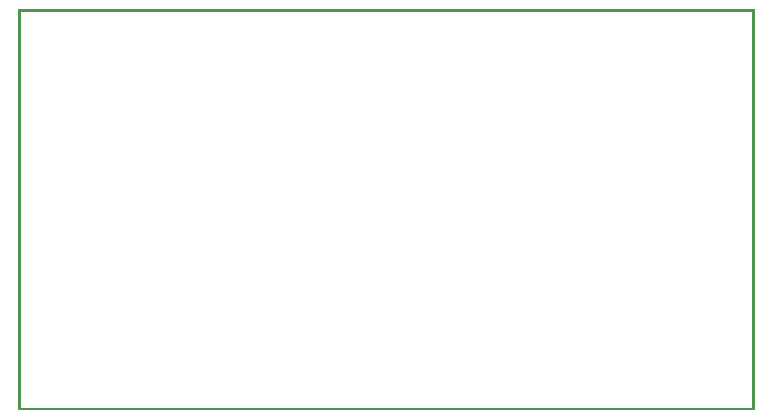
<source format=gbo>
G04 MADE WITH FRITZING*
G04 WWW.FRITZING.ORG*
G04 DOUBLE SIDED*
G04 HOLES PLATED*
G04 CONTOUR ON CENTER OF CONTOUR VECTOR*
%ASAXBY*%
%FSLAX23Y23*%
%MOIN*%
%OFA0B0*%
%SFA1.0B1.0*%
%ADD10R,0.001000X0.001000*%
%LNSILK0*%
G90*
G70*
G54D10*
X0Y1336D02*
X2453Y1336D01*
X0Y1335D02*
X2453Y1335D01*
X0Y1334D02*
X2453Y1334D01*
X0Y1333D02*
X2453Y1333D01*
X0Y1332D02*
X2453Y1332D01*
X0Y1331D02*
X2453Y1331D01*
X0Y1330D02*
X2453Y1330D01*
X0Y1329D02*
X2453Y1329D01*
X0Y1328D02*
X7Y1328D01*
X2446Y1328D02*
X2453Y1328D01*
X0Y1327D02*
X7Y1327D01*
X2446Y1327D02*
X2453Y1327D01*
X0Y1326D02*
X7Y1326D01*
X2446Y1326D02*
X2453Y1326D01*
X0Y1325D02*
X7Y1325D01*
X2446Y1325D02*
X2453Y1325D01*
X0Y1324D02*
X7Y1324D01*
X2446Y1324D02*
X2453Y1324D01*
X0Y1323D02*
X7Y1323D01*
X2446Y1323D02*
X2453Y1323D01*
X0Y1322D02*
X7Y1322D01*
X2446Y1322D02*
X2453Y1322D01*
X0Y1321D02*
X7Y1321D01*
X2446Y1321D02*
X2453Y1321D01*
X0Y1320D02*
X7Y1320D01*
X2446Y1320D02*
X2453Y1320D01*
X0Y1319D02*
X7Y1319D01*
X2446Y1319D02*
X2453Y1319D01*
X0Y1318D02*
X7Y1318D01*
X2446Y1318D02*
X2453Y1318D01*
X0Y1317D02*
X7Y1317D01*
X2446Y1317D02*
X2453Y1317D01*
X0Y1316D02*
X7Y1316D01*
X2446Y1316D02*
X2453Y1316D01*
X0Y1315D02*
X7Y1315D01*
X2446Y1315D02*
X2453Y1315D01*
X0Y1314D02*
X7Y1314D01*
X2446Y1314D02*
X2453Y1314D01*
X0Y1313D02*
X7Y1313D01*
X2446Y1313D02*
X2453Y1313D01*
X0Y1312D02*
X7Y1312D01*
X2446Y1312D02*
X2453Y1312D01*
X0Y1311D02*
X7Y1311D01*
X2446Y1311D02*
X2453Y1311D01*
X0Y1310D02*
X7Y1310D01*
X2446Y1310D02*
X2453Y1310D01*
X0Y1309D02*
X7Y1309D01*
X2446Y1309D02*
X2453Y1309D01*
X0Y1308D02*
X7Y1308D01*
X2446Y1308D02*
X2453Y1308D01*
X0Y1307D02*
X7Y1307D01*
X2446Y1307D02*
X2453Y1307D01*
X0Y1306D02*
X7Y1306D01*
X2446Y1306D02*
X2453Y1306D01*
X0Y1305D02*
X7Y1305D01*
X2446Y1305D02*
X2453Y1305D01*
X0Y1304D02*
X7Y1304D01*
X2446Y1304D02*
X2453Y1304D01*
X0Y1303D02*
X7Y1303D01*
X2446Y1303D02*
X2453Y1303D01*
X0Y1302D02*
X7Y1302D01*
X2446Y1302D02*
X2453Y1302D01*
X0Y1301D02*
X7Y1301D01*
X2446Y1301D02*
X2453Y1301D01*
X0Y1300D02*
X7Y1300D01*
X2446Y1300D02*
X2453Y1300D01*
X0Y1299D02*
X7Y1299D01*
X2446Y1299D02*
X2453Y1299D01*
X0Y1298D02*
X7Y1298D01*
X2446Y1298D02*
X2453Y1298D01*
X0Y1297D02*
X7Y1297D01*
X2446Y1297D02*
X2453Y1297D01*
X0Y1296D02*
X7Y1296D01*
X2446Y1296D02*
X2453Y1296D01*
X0Y1295D02*
X7Y1295D01*
X2446Y1295D02*
X2453Y1295D01*
X0Y1294D02*
X7Y1294D01*
X2446Y1294D02*
X2453Y1294D01*
X0Y1293D02*
X7Y1293D01*
X2446Y1293D02*
X2453Y1293D01*
X0Y1292D02*
X7Y1292D01*
X2446Y1292D02*
X2453Y1292D01*
X0Y1291D02*
X7Y1291D01*
X2446Y1291D02*
X2453Y1291D01*
X0Y1290D02*
X7Y1290D01*
X2446Y1290D02*
X2453Y1290D01*
X0Y1289D02*
X7Y1289D01*
X2446Y1289D02*
X2453Y1289D01*
X0Y1288D02*
X7Y1288D01*
X2446Y1288D02*
X2453Y1288D01*
X0Y1287D02*
X7Y1287D01*
X2446Y1287D02*
X2453Y1287D01*
X0Y1286D02*
X7Y1286D01*
X2446Y1286D02*
X2453Y1286D01*
X0Y1285D02*
X7Y1285D01*
X2446Y1285D02*
X2453Y1285D01*
X0Y1284D02*
X7Y1284D01*
X2446Y1284D02*
X2453Y1284D01*
X0Y1283D02*
X7Y1283D01*
X2446Y1283D02*
X2453Y1283D01*
X0Y1282D02*
X7Y1282D01*
X2446Y1282D02*
X2453Y1282D01*
X0Y1281D02*
X7Y1281D01*
X2446Y1281D02*
X2453Y1281D01*
X0Y1280D02*
X7Y1280D01*
X2446Y1280D02*
X2453Y1280D01*
X0Y1279D02*
X7Y1279D01*
X2446Y1279D02*
X2453Y1279D01*
X0Y1278D02*
X7Y1278D01*
X2446Y1278D02*
X2453Y1278D01*
X0Y1277D02*
X7Y1277D01*
X2446Y1277D02*
X2453Y1277D01*
X0Y1276D02*
X7Y1276D01*
X2446Y1276D02*
X2453Y1276D01*
X0Y1275D02*
X7Y1275D01*
X2446Y1275D02*
X2453Y1275D01*
X0Y1274D02*
X7Y1274D01*
X2446Y1274D02*
X2453Y1274D01*
X0Y1273D02*
X7Y1273D01*
X2446Y1273D02*
X2453Y1273D01*
X0Y1272D02*
X7Y1272D01*
X2446Y1272D02*
X2453Y1272D01*
X0Y1271D02*
X7Y1271D01*
X2446Y1271D02*
X2453Y1271D01*
X0Y1270D02*
X7Y1270D01*
X2446Y1270D02*
X2453Y1270D01*
X0Y1269D02*
X7Y1269D01*
X2446Y1269D02*
X2453Y1269D01*
X0Y1268D02*
X7Y1268D01*
X2446Y1268D02*
X2453Y1268D01*
X0Y1267D02*
X7Y1267D01*
X2446Y1267D02*
X2453Y1267D01*
X0Y1266D02*
X7Y1266D01*
X2446Y1266D02*
X2453Y1266D01*
X0Y1265D02*
X7Y1265D01*
X2446Y1265D02*
X2453Y1265D01*
X0Y1264D02*
X7Y1264D01*
X2446Y1264D02*
X2453Y1264D01*
X0Y1263D02*
X7Y1263D01*
X2446Y1263D02*
X2453Y1263D01*
X0Y1262D02*
X7Y1262D01*
X2446Y1262D02*
X2453Y1262D01*
X0Y1261D02*
X7Y1261D01*
X2446Y1261D02*
X2453Y1261D01*
X0Y1260D02*
X7Y1260D01*
X2446Y1260D02*
X2453Y1260D01*
X0Y1259D02*
X7Y1259D01*
X2446Y1259D02*
X2453Y1259D01*
X0Y1258D02*
X7Y1258D01*
X2446Y1258D02*
X2453Y1258D01*
X0Y1257D02*
X7Y1257D01*
X2446Y1257D02*
X2453Y1257D01*
X0Y1256D02*
X7Y1256D01*
X2446Y1256D02*
X2453Y1256D01*
X0Y1255D02*
X7Y1255D01*
X2446Y1255D02*
X2453Y1255D01*
X0Y1254D02*
X7Y1254D01*
X2446Y1254D02*
X2453Y1254D01*
X0Y1253D02*
X7Y1253D01*
X2446Y1253D02*
X2453Y1253D01*
X0Y1252D02*
X7Y1252D01*
X2446Y1252D02*
X2453Y1252D01*
X0Y1251D02*
X7Y1251D01*
X2446Y1251D02*
X2453Y1251D01*
X0Y1250D02*
X7Y1250D01*
X2446Y1250D02*
X2453Y1250D01*
X0Y1249D02*
X7Y1249D01*
X2446Y1249D02*
X2453Y1249D01*
X0Y1248D02*
X7Y1248D01*
X2446Y1248D02*
X2453Y1248D01*
X0Y1247D02*
X7Y1247D01*
X2446Y1247D02*
X2453Y1247D01*
X0Y1246D02*
X7Y1246D01*
X2446Y1246D02*
X2453Y1246D01*
X0Y1245D02*
X7Y1245D01*
X2446Y1245D02*
X2453Y1245D01*
X0Y1244D02*
X7Y1244D01*
X2446Y1244D02*
X2453Y1244D01*
X0Y1243D02*
X7Y1243D01*
X2446Y1243D02*
X2453Y1243D01*
X0Y1242D02*
X7Y1242D01*
X2446Y1242D02*
X2453Y1242D01*
X0Y1241D02*
X7Y1241D01*
X2446Y1241D02*
X2453Y1241D01*
X0Y1240D02*
X7Y1240D01*
X2446Y1240D02*
X2453Y1240D01*
X0Y1239D02*
X7Y1239D01*
X2446Y1239D02*
X2453Y1239D01*
X0Y1238D02*
X7Y1238D01*
X2446Y1238D02*
X2453Y1238D01*
X0Y1237D02*
X7Y1237D01*
X2446Y1237D02*
X2453Y1237D01*
X0Y1236D02*
X7Y1236D01*
X2446Y1236D02*
X2453Y1236D01*
X0Y1235D02*
X7Y1235D01*
X2446Y1235D02*
X2453Y1235D01*
X0Y1234D02*
X7Y1234D01*
X2446Y1234D02*
X2453Y1234D01*
X0Y1233D02*
X7Y1233D01*
X2446Y1233D02*
X2453Y1233D01*
X0Y1232D02*
X7Y1232D01*
X2446Y1232D02*
X2453Y1232D01*
X0Y1231D02*
X7Y1231D01*
X2446Y1231D02*
X2453Y1231D01*
X0Y1230D02*
X7Y1230D01*
X2446Y1230D02*
X2453Y1230D01*
X0Y1229D02*
X7Y1229D01*
X2446Y1229D02*
X2453Y1229D01*
X0Y1228D02*
X7Y1228D01*
X2446Y1228D02*
X2453Y1228D01*
X0Y1227D02*
X7Y1227D01*
X2446Y1227D02*
X2453Y1227D01*
X0Y1226D02*
X7Y1226D01*
X2446Y1226D02*
X2453Y1226D01*
X0Y1225D02*
X7Y1225D01*
X2446Y1225D02*
X2453Y1225D01*
X0Y1224D02*
X7Y1224D01*
X2446Y1224D02*
X2453Y1224D01*
X0Y1223D02*
X7Y1223D01*
X2446Y1223D02*
X2453Y1223D01*
X0Y1222D02*
X7Y1222D01*
X2446Y1222D02*
X2453Y1222D01*
X0Y1221D02*
X7Y1221D01*
X2446Y1221D02*
X2453Y1221D01*
X0Y1220D02*
X7Y1220D01*
X2446Y1220D02*
X2453Y1220D01*
X0Y1219D02*
X7Y1219D01*
X2446Y1219D02*
X2453Y1219D01*
X0Y1218D02*
X7Y1218D01*
X2446Y1218D02*
X2453Y1218D01*
X0Y1217D02*
X7Y1217D01*
X2446Y1217D02*
X2453Y1217D01*
X0Y1216D02*
X7Y1216D01*
X2446Y1216D02*
X2453Y1216D01*
X0Y1215D02*
X7Y1215D01*
X2446Y1215D02*
X2453Y1215D01*
X0Y1214D02*
X7Y1214D01*
X2446Y1214D02*
X2453Y1214D01*
X0Y1213D02*
X7Y1213D01*
X2446Y1213D02*
X2453Y1213D01*
X0Y1212D02*
X7Y1212D01*
X2446Y1212D02*
X2453Y1212D01*
X0Y1211D02*
X7Y1211D01*
X2446Y1211D02*
X2453Y1211D01*
X0Y1210D02*
X7Y1210D01*
X2446Y1210D02*
X2453Y1210D01*
X0Y1209D02*
X7Y1209D01*
X2446Y1209D02*
X2453Y1209D01*
X0Y1208D02*
X7Y1208D01*
X2446Y1208D02*
X2453Y1208D01*
X0Y1207D02*
X7Y1207D01*
X2446Y1207D02*
X2453Y1207D01*
X0Y1206D02*
X7Y1206D01*
X2446Y1206D02*
X2453Y1206D01*
X0Y1205D02*
X7Y1205D01*
X2446Y1205D02*
X2453Y1205D01*
X0Y1204D02*
X7Y1204D01*
X2446Y1204D02*
X2453Y1204D01*
X0Y1203D02*
X7Y1203D01*
X2446Y1203D02*
X2453Y1203D01*
X0Y1202D02*
X7Y1202D01*
X2446Y1202D02*
X2453Y1202D01*
X0Y1201D02*
X7Y1201D01*
X2446Y1201D02*
X2453Y1201D01*
X0Y1200D02*
X7Y1200D01*
X2446Y1200D02*
X2453Y1200D01*
X0Y1199D02*
X7Y1199D01*
X2446Y1199D02*
X2453Y1199D01*
X0Y1198D02*
X7Y1198D01*
X2446Y1198D02*
X2453Y1198D01*
X0Y1197D02*
X7Y1197D01*
X2446Y1197D02*
X2453Y1197D01*
X0Y1196D02*
X7Y1196D01*
X2446Y1196D02*
X2453Y1196D01*
X0Y1195D02*
X7Y1195D01*
X2446Y1195D02*
X2453Y1195D01*
X0Y1194D02*
X7Y1194D01*
X2446Y1194D02*
X2453Y1194D01*
X0Y1193D02*
X7Y1193D01*
X2446Y1193D02*
X2453Y1193D01*
X0Y1192D02*
X7Y1192D01*
X2446Y1192D02*
X2453Y1192D01*
X0Y1191D02*
X7Y1191D01*
X2446Y1191D02*
X2453Y1191D01*
X0Y1190D02*
X7Y1190D01*
X2446Y1190D02*
X2453Y1190D01*
X0Y1189D02*
X7Y1189D01*
X2446Y1189D02*
X2453Y1189D01*
X0Y1188D02*
X7Y1188D01*
X2446Y1188D02*
X2453Y1188D01*
X0Y1187D02*
X7Y1187D01*
X2446Y1187D02*
X2453Y1187D01*
X0Y1186D02*
X7Y1186D01*
X2446Y1186D02*
X2453Y1186D01*
X0Y1185D02*
X7Y1185D01*
X2446Y1185D02*
X2453Y1185D01*
X0Y1184D02*
X7Y1184D01*
X2446Y1184D02*
X2453Y1184D01*
X0Y1183D02*
X7Y1183D01*
X2446Y1183D02*
X2453Y1183D01*
X0Y1182D02*
X7Y1182D01*
X2446Y1182D02*
X2453Y1182D01*
X0Y1181D02*
X7Y1181D01*
X2446Y1181D02*
X2453Y1181D01*
X0Y1180D02*
X7Y1180D01*
X2446Y1180D02*
X2453Y1180D01*
X0Y1179D02*
X7Y1179D01*
X2446Y1179D02*
X2453Y1179D01*
X0Y1178D02*
X7Y1178D01*
X2446Y1178D02*
X2453Y1178D01*
X0Y1177D02*
X7Y1177D01*
X2446Y1177D02*
X2453Y1177D01*
X0Y1176D02*
X7Y1176D01*
X2446Y1176D02*
X2453Y1176D01*
X0Y1175D02*
X7Y1175D01*
X2446Y1175D02*
X2453Y1175D01*
X0Y1174D02*
X7Y1174D01*
X2446Y1174D02*
X2453Y1174D01*
X0Y1173D02*
X7Y1173D01*
X2446Y1173D02*
X2453Y1173D01*
X0Y1172D02*
X7Y1172D01*
X2446Y1172D02*
X2453Y1172D01*
X0Y1171D02*
X7Y1171D01*
X2446Y1171D02*
X2453Y1171D01*
X0Y1170D02*
X7Y1170D01*
X2446Y1170D02*
X2453Y1170D01*
X0Y1169D02*
X7Y1169D01*
X2446Y1169D02*
X2453Y1169D01*
X0Y1168D02*
X7Y1168D01*
X2446Y1168D02*
X2453Y1168D01*
X0Y1167D02*
X7Y1167D01*
X2446Y1167D02*
X2453Y1167D01*
X0Y1166D02*
X7Y1166D01*
X2446Y1166D02*
X2453Y1166D01*
X0Y1165D02*
X7Y1165D01*
X2446Y1165D02*
X2453Y1165D01*
X0Y1164D02*
X7Y1164D01*
X2446Y1164D02*
X2453Y1164D01*
X0Y1163D02*
X7Y1163D01*
X2446Y1163D02*
X2453Y1163D01*
X0Y1162D02*
X7Y1162D01*
X2446Y1162D02*
X2453Y1162D01*
X0Y1161D02*
X7Y1161D01*
X2446Y1161D02*
X2453Y1161D01*
X0Y1160D02*
X7Y1160D01*
X2446Y1160D02*
X2453Y1160D01*
X0Y1159D02*
X7Y1159D01*
X2446Y1159D02*
X2453Y1159D01*
X0Y1158D02*
X7Y1158D01*
X2446Y1158D02*
X2453Y1158D01*
X0Y1157D02*
X7Y1157D01*
X2446Y1157D02*
X2453Y1157D01*
X0Y1156D02*
X7Y1156D01*
X2446Y1156D02*
X2453Y1156D01*
X0Y1155D02*
X7Y1155D01*
X2446Y1155D02*
X2453Y1155D01*
X0Y1154D02*
X7Y1154D01*
X2446Y1154D02*
X2453Y1154D01*
X0Y1153D02*
X7Y1153D01*
X2446Y1153D02*
X2453Y1153D01*
X0Y1152D02*
X7Y1152D01*
X2446Y1152D02*
X2453Y1152D01*
X0Y1151D02*
X7Y1151D01*
X2446Y1151D02*
X2453Y1151D01*
X0Y1150D02*
X7Y1150D01*
X2446Y1150D02*
X2453Y1150D01*
X0Y1149D02*
X7Y1149D01*
X2446Y1149D02*
X2453Y1149D01*
X0Y1148D02*
X7Y1148D01*
X2446Y1148D02*
X2453Y1148D01*
X0Y1147D02*
X7Y1147D01*
X2446Y1147D02*
X2453Y1147D01*
X0Y1146D02*
X7Y1146D01*
X2446Y1146D02*
X2453Y1146D01*
X0Y1145D02*
X7Y1145D01*
X2446Y1145D02*
X2453Y1145D01*
X0Y1144D02*
X7Y1144D01*
X2446Y1144D02*
X2453Y1144D01*
X0Y1143D02*
X7Y1143D01*
X2446Y1143D02*
X2453Y1143D01*
X0Y1142D02*
X7Y1142D01*
X2446Y1142D02*
X2453Y1142D01*
X0Y1141D02*
X7Y1141D01*
X2446Y1141D02*
X2453Y1141D01*
X0Y1140D02*
X7Y1140D01*
X2446Y1140D02*
X2453Y1140D01*
X0Y1139D02*
X7Y1139D01*
X2446Y1139D02*
X2453Y1139D01*
X0Y1138D02*
X7Y1138D01*
X2446Y1138D02*
X2453Y1138D01*
X0Y1137D02*
X7Y1137D01*
X2446Y1137D02*
X2453Y1137D01*
X0Y1136D02*
X7Y1136D01*
X2446Y1136D02*
X2453Y1136D01*
X0Y1135D02*
X7Y1135D01*
X2446Y1135D02*
X2453Y1135D01*
X0Y1134D02*
X7Y1134D01*
X2446Y1134D02*
X2453Y1134D01*
X0Y1133D02*
X7Y1133D01*
X2446Y1133D02*
X2453Y1133D01*
X0Y1132D02*
X7Y1132D01*
X2446Y1132D02*
X2453Y1132D01*
X0Y1131D02*
X7Y1131D01*
X2446Y1131D02*
X2453Y1131D01*
X0Y1130D02*
X7Y1130D01*
X2446Y1130D02*
X2453Y1130D01*
X0Y1129D02*
X7Y1129D01*
X2446Y1129D02*
X2453Y1129D01*
X0Y1128D02*
X7Y1128D01*
X2446Y1128D02*
X2453Y1128D01*
X0Y1127D02*
X7Y1127D01*
X2446Y1127D02*
X2453Y1127D01*
X0Y1126D02*
X7Y1126D01*
X2446Y1126D02*
X2453Y1126D01*
X0Y1125D02*
X7Y1125D01*
X2446Y1125D02*
X2453Y1125D01*
X0Y1124D02*
X7Y1124D01*
X2446Y1124D02*
X2453Y1124D01*
X0Y1123D02*
X7Y1123D01*
X2446Y1123D02*
X2453Y1123D01*
X0Y1122D02*
X7Y1122D01*
X2446Y1122D02*
X2453Y1122D01*
X0Y1121D02*
X7Y1121D01*
X2446Y1121D02*
X2453Y1121D01*
X0Y1120D02*
X7Y1120D01*
X2446Y1120D02*
X2453Y1120D01*
X0Y1119D02*
X7Y1119D01*
X2446Y1119D02*
X2453Y1119D01*
X0Y1118D02*
X7Y1118D01*
X2446Y1118D02*
X2453Y1118D01*
X0Y1117D02*
X7Y1117D01*
X2446Y1117D02*
X2453Y1117D01*
X0Y1116D02*
X7Y1116D01*
X2446Y1116D02*
X2453Y1116D01*
X0Y1115D02*
X7Y1115D01*
X2446Y1115D02*
X2453Y1115D01*
X0Y1114D02*
X7Y1114D01*
X2446Y1114D02*
X2453Y1114D01*
X0Y1113D02*
X7Y1113D01*
X2446Y1113D02*
X2453Y1113D01*
X0Y1112D02*
X7Y1112D01*
X2446Y1112D02*
X2453Y1112D01*
X0Y1111D02*
X7Y1111D01*
X2446Y1111D02*
X2453Y1111D01*
X0Y1110D02*
X7Y1110D01*
X2446Y1110D02*
X2453Y1110D01*
X0Y1109D02*
X7Y1109D01*
X2446Y1109D02*
X2453Y1109D01*
X0Y1108D02*
X7Y1108D01*
X2446Y1108D02*
X2453Y1108D01*
X0Y1107D02*
X7Y1107D01*
X2446Y1107D02*
X2453Y1107D01*
X0Y1106D02*
X7Y1106D01*
X2446Y1106D02*
X2453Y1106D01*
X0Y1105D02*
X7Y1105D01*
X2446Y1105D02*
X2453Y1105D01*
X0Y1104D02*
X7Y1104D01*
X2446Y1104D02*
X2453Y1104D01*
X0Y1103D02*
X7Y1103D01*
X2446Y1103D02*
X2453Y1103D01*
X0Y1102D02*
X7Y1102D01*
X2446Y1102D02*
X2453Y1102D01*
X0Y1101D02*
X7Y1101D01*
X2446Y1101D02*
X2453Y1101D01*
X0Y1100D02*
X7Y1100D01*
X2446Y1100D02*
X2453Y1100D01*
X0Y1099D02*
X7Y1099D01*
X2446Y1099D02*
X2453Y1099D01*
X0Y1098D02*
X7Y1098D01*
X2446Y1098D02*
X2453Y1098D01*
X0Y1097D02*
X7Y1097D01*
X2446Y1097D02*
X2453Y1097D01*
X0Y1096D02*
X7Y1096D01*
X2446Y1096D02*
X2453Y1096D01*
X0Y1095D02*
X7Y1095D01*
X2446Y1095D02*
X2453Y1095D01*
X0Y1094D02*
X7Y1094D01*
X2446Y1094D02*
X2453Y1094D01*
X0Y1093D02*
X7Y1093D01*
X2446Y1093D02*
X2453Y1093D01*
X0Y1092D02*
X7Y1092D01*
X2446Y1092D02*
X2453Y1092D01*
X0Y1091D02*
X7Y1091D01*
X2446Y1091D02*
X2453Y1091D01*
X0Y1090D02*
X7Y1090D01*
X2446Y1090D02*
X2453Y1090D01*
X0Y1089D02*
X7Y1089D01*
X2446Y1089D02*
X2453Y1089D01*
X0Y1088D02*
X7Y1088D01*
X2446Y1088D02*
X2453Y1088D01*
X0Y1087D02*
X7Y1087D01*
X2446Y1087D02*
X2453Y1087D01*
X0Y1086D02*
X7Y1086D01*
X2446Y1086D02*
X2453Y1086D01*
X0Y1085D02*
X7Y1085D01*
X2446Y1085D02*
X2453Y1085D01*
X0Y1084D02*
X7Y1084D01*
X2446Y1084D02*
X2453Y1084D01*
X0Y1083D02*
X7Y1083D01*
X2446Y1083D02*
X2453Y1083D01*
X0Y1082D02*
X7Y1082D01*
X2446Y1082D02*
X2453Y1082D01*
X0Y1081D02*
X7Y1081D01*
X2446Y1081D02*
X2453Y1081D01*
X0Y1080D02*
X7Y1080D01*
X2446Y1080D02*
X2453Y1080D01*
X0Y1079D02*
X7Y1079D01*
X2446Y1079D02*
X2453Y1079D01*
X0Y1078D02*
X7Y1078D01*
X2446Y1078D02*
X2453Y1078D01*
X0Y1077D02*
X7Y1077D01*
X2446Y1077D02*
X2453Y1077D01*
X0Y1076D02*
X7Y1076D01*
X2446Y1076D02*
X2453Y1076D01*
X0Y1075D02*
X7Y1075D01*
X2446Y1075D02*
X2453Y1075D01*
X0Y1074D02*
X7Y1074D01*
X2446Y1074D02*
X2453Y1074D01*
X0Y1073D02*
X7Y1073D01*
X2446Y1073D02*
X2453Y1073D01*
X0Y1072D02*
X7Y1072D01*
X2446Y1072D02*
X2453Y1072D01*
X0Y1071D02*
X7Y1071D01*
X2446Y1071D02*
X2453Y1071D01*
X0Y1070D02*
X7Y1070D01*
X2446Y1070D02*
X2453Y1070D01*
X0Y1069D02*
X7Y1069D01*
X2446Y1069D02*
X2453Y1069D01*
X0Y1068D02*
X7Y1068D01*
X2446Y1068D02*
X2453Y1068D01*
X0Y1067D02*
X7Y1067D01*
X2446Y1067D02*
X2453Y1067D01*
X0Y1066D02*
X7Y1066D01*
X2446Y1066D02*
X2453Y1066D01*
X0Y1065D02*
X7Y1065D01*
X2446Y1065D02*
X2453Y1065D01*
X0Y1064D02*
X7Y1064D01*
X2446Y1064D02*
X2453Y1064D01*
X0Y1063D02*
X7Y1063D01*
X2446Y1063D02*
X2453Y1063D01*
X0Y1062D02*
X7Y1062D01*
X2446Y1062D02*
X2453Y1062D01*
X0Y1061D02*
X7Y1061D01*
X2446Y1061D02*
X2453Y1061D01*
X0Y1060D02*
X7Y1060D01*
X2446Y1060D02*
X2453Y1060D01*
X0Y1059D02*
X7Y1059D01*
X2446Y1059D02*
X2453Y1059D01*
X0Y1058D02*
X7Y1058D01*
X2446Y1058D02*
X2453Y1058D01*
X0Y1057D02*
X7Y1057D01*
X2446Y1057D02*
X2453Y1057D01*
X0Y1056D02*
X7Y1056D01*
X2446Y1056D02*
X2453Y1056D01*
X0Y1055D02*
X7Y1055D01*
X2446Y1055D02*
X2453Y1055D01*
X0Y1054D02*
X7Y1054D01*
X2446Y1054D02*
X2453Y1054D01*
X0Y1053D02*
X7Y1053D01*
X2446Y1053D02*
X2453Y1053D01*
X0Y1052D02*
X7Y1052D01*
X2446Y1052D02*
X2453Y1052D01*
X0Y1051D02*
X7Y1051D01*
X2446Y1051D02*
X2453Y1051D01*
X0Y1050D02*
X7Y1050D01*
X2446Y1050D02*
X2453Y1050D01*
X0Y1049D02*
X7Y1049D01*
X2446Y1049D02*
X2453Y1049D01*
X0Y1048D02*
X7Y1048D01*
X2446Y1048D02*
X2453Y1048D01*
X0Y1047D02*
X7Y1047D01*
X2446Y1047D02*
X2453Y1047D01*
X0Y1046D02*
X7Y1046D01*
X2446Y1046D02*
X2453Y1046D01*
X0Y1045D02*
X7Y1045D01*
X2446Y1045D02*
X2453Y1045D01*
X0Y1044D02*
X7Y1044D01*
X2446Y1044D02*
X2453Y1044D01*
X0Y1043D02*
X7Y1043D01*
X2446Y1043D02*
X2453Y1043D01*
X0Y1042D02*
X7Y1042D01*
X2446Y1042D02*
X2453Y1042D01*
X0Y1041D02*
X7Y1041D01*
X2446Y1041D02*
X2453Y1041D01*
X0Y1040D02*
X7Y1040D01*
X2446Y1040D02*
X2453Y1040D01*
X0Y1039D02*
X7Y1039D01*
X2446Y1039D02*
X2453Y1039D01*
X0Y1038D02*
X7Y1038D01*
X2446Y1038D02*
X2453Y1038D01*
X0Y1037D02*
X7Y1037D01*
X2446Y1037D02*
X2453Y1037D01*
X0Y1036D02*
X7Y1036D01*
X2446Y1036D02*
X2453Y1036D01*
X0Y1035D02*
X7Y1035D01*
X2446Y1035D02*
X2453Y1035D01*
X0Y1034D02*
X7Y1034D01*
X2446Y1034D02*
X2453Y1034D01*
X0Y1033D02*
X7Y1033D01*
X2446Y1033D02*
X2453Y1033D01*
X0Y1032D02*
X7Y1032D01*
X2446Y1032D02*
X2453Y1032D01*
X0Y1031D02*
X7Y1031D01*
X2446Y1031D02*
X2453Y1031D01*
X0Y1030D02*
X7Y1030D01*
X2446Y1030D02*
X2453Y1030D01*
X0Y1029D02*
X7Y1029D01*
X2446Y1029D02*
X2453Y1029D01*
X0Y1028D02*
X7Y1028D01*
X2446Y1028D02*
X2453Y1028D01*
X0Y1027D02*
X7Y1027D01*
X2446Y1027D02*
X2453Y1027D01*
X0Y1026D02*
X7Y1026D01*
X2446Y1026D02*
X2453Y1026D01*
X0Y1025D02*
X7Y1025D01*
X2446Y1025D02*
X2453Y1025D01*
X0Y1024D02*
X7Y1024D01*
X2446Y1024D02*
X2453Y1024D01*
X0Y1023D02*
X7Y1023D01*
X2446Y1023D02*
X2453Y1023D01*
X0Y1022D02*
X7Y1022D01*
X2446Y1022D02*
X2453Y1022D01*
X0Y1021D02*
X7Y1021D01*
X2446Y1021D02*
X2453Y1021D01*
X0Y1020D02*
X7Y1020D01*
X2446Y1020D02*
X2453Y1020D01*
X0Y1019D02*
X7Y1019D01*
X2446Y1019D02*
X2453Y1019D01*
X0Y1018D02*
X7Y1018D01*
X2446Y1018D02*
X2453Y1018D01*
X0Y1017D02*
X7Y1017D01*
X2446Y1017D02*
X2453Y1017D01*
X0Y1016D02*
X7Y1016D01*
X2446Y1016D02*
X2453Y1016D01*
X0Y1015D02*
X7Y1015D01*
X2446Y1015D02*
X2453Y1015D01*
X0Y1014D02*
X7Y1014D01*
X2446Y1014D02*
X2453Y1014D01*
X0Y1013D02*
X7Y1013D01*
X2446Y1013D02*
X2453Y1013D01*
X0Y1012D02*
X7Y1012D01*
X2446Y1012D02*
X2453Y1012D01*
X0Y1011D02*
X7Y1011D01*
X2446Y1011D02*
X2453Y1011D01*
X0Y1010D02*
X7Y1010D01*
X2446Y1010D02*
X2453Y1010D01*
X0Y1009D02*
X7Y1009D01*
X2446Y1009D02*
X2453Y1009D01*
X0Y1008D02*
X7Y1008D01*
X2446Y1008D02*
X2453Y1008D01*
X0Y1007D02*
X7Y1007D01*
X2446Y1007D02*
X2453Y1007D01*
X0Y1006D02*
X7Y1006D01*
X2446Y1006D02*
X2453Y1006D01*
X0Y1005D02*
X7Y1005D01*
X2446Y1005D02*
X2453Y1005D01*
X0Y1004D02*
X7Y1004D01*
X2446Y1004D02*
X2453Y1004D01*
X0Y1003D02*
X7Y1003D01*
X2446Y1003D02*
X2453Y1003D01*
X0Y1002D02*
X7Y1002D01*
X2446Y1002D02*
X2453Y1002D01*
X0Y1001D02*
X7Y1001D01*
X2446Y1001D02*
X2453Y1001D01*
X0Y1000D02*
X7Y1000D01*
X2446Y1000D02*
X2453Y1000D01*
X0Y999D02*
X7Y999D01*
X2446Y999D02*
X2453Y999D01*
X0Y998D02*
X7Y998D01*
X2446Y998D02*
X2453Y998D01*
X0Y997D02*
X7Y997D01*
X2446Y997D02*
X2453Y997D01*
X0Y996D02*
X7Y996D01*
X2446Y996D02*
X2453Y996D01*
X0Y995D02*
X7Y995D01*
X2446Y995D02*
X2453Y995D01*
X0Y994D02*
X7Y994D01*
X2446Y994D02*
X2453Y994D01*
X0Y993D02*
X7Y993D01*
X2446Y993D02*
X2453Y993D01*
X0Y992D02*
X7Y992D01*
X2446Y992D02*
X2453Y992D01*
X0Y991D02*
X7Y991D01*
X2446Y991D02*
X2453Y991D01*
X0Y990D02*
X7Y990D01*
X2446Y990D02*
X2453Y990D01*
X0Y989D02*
X7Y989D01*
X2446Y989D02*
X2453Y989D01*
X0Y988D02*
X7Y988D01*
X2446Y988D02*
X2453Y988D01*
X0Y987D02*
X7Y987D01*
X2446Y987D02*
X2453Y987D01*
X0Y986D02*
X7Y986D01*
X2446Y986D02*
X2453Y986D01*
X0Y985D02*
X7Y985D01*
X2446Y985D02*
X2453Y985D01*
X0Y984D02*
X7Y984D01*
X2446Y984D02*
X2453Y984D01*
X0Y983D02*
X7Y983D01*
X2446Y983D02*
X2453Y983D01*
X0Y982D02*
X7Y982D01*
X2446Y982D02*
X2453Y982D01*
X0Y981D02*
X7Y981D01*
X2446Y981D02*
X2453Y981D01*
X0Y980D02*
X7Y980D01*
X2446Y980D02*
X2453Y980D01*
X0Y979D02*
X7Y979D01*
X2446Y979D02*
X2453Y979D01*
X0Y978D02*
X7Y978D01*
X2446Y978D02*
X2453Y978D01*
X0Y977D02*
X7Y977D01*
X2446Y977D02*
X2453Y977D01*
X0Y976D02*
X7Y976D01*
X2446Y976D02*
X2453Y976D01*
X0Y975D02*
X7Y975D01*
X2446Y975D02*
X2453Y975D01*
X0Y974D02*
X7Y974D01*
X2446Y974D02*
X2453Y974D01*
X0Y973D02*
X7Y973D01*
X2446Y973D02*
X2453Y973D01*
X0Y972D02*
X7Y972D01*
X2446Y972D02*
X2453Y972D01*
X0Y971D02*
X7Y971D01*
X2446Y971D02*
X2453Y971D01*
X0Y970D02*
X7Y970D01*
X2446Y970D02*
X2453Y970D01*
X0Y969D02*
X7Y969D01*
X2446Y969D02*
X2453Y969D01*
X0Y968D02*
X7Y968D01*
X2446Y968D02*
X2453Y968D01*
X0Y967D02*
X7Y967D01*
X2446Y967D02*
X2453Y967D01*
X0Y966D02*
X7Y966D01*
X2446Y966D02*
X2453Y966D01*
X0Y965D02*
X7Y965D01*
X2446Y965D02*
X2453Y965D01*
X0Y964D02*
X7Y964D01*
X2446Y964D02*
X2453Y964D01*
X0Y963D02*
X7Y963D01*
X2446Y963D02*
X2453Y963D01*
X0Y962D02*
X7Y962D01*
X2446Y962D02*
X2453Y962D01*
X0Y961D02*
X7Y961D01*
X2446Y961D02*
X2453Y961D01*
X0Y960D02*
X7Y960D01*
X2446Y960D02*
X2453Y960D01*
X0Y959D02*
X7Y959D01*
X2446Y959D02*
X2453Y959D01*
X0Y958D02*
X7Y958D01*
X2446Y958D02*
X2453Y958D01*
X0Y957D02*
X7Y957D01*
X2446Y957D02*
X2453Y957D01*
X0Y956D02*
X7Y956D01*
X2446Y956D02*
X2453Y956D01*
X0Y955D02*
X7Y955D01*
X2446Y955D02*
X2453Y955D01*
X0Y954D02*
X7Y954D01*
X2446Y954D02*
X2453Y954D01*
X0Y953D02*
X7Y953D01*
X2446Y953D02*
X2453Y953D01*
X0Y952D02*
X7Y952D01*
X2446Y952D02*
X2453Y952D01*
X0Y951D02*
X7Y951D01*
X2446Y951D02*
X2453Y951D01*
X0Y950D02*
X7Y950D01*
X2446Y950D02*
X2453Y950D01*
X0Y949D02*
X7Y949D01*
X2446Y949D02*
X2453Y949D01*
X0Y948D02*
X7Y948D01*
X2446Y948D02*
X2453Y948D01*
X0Y947D02*
X7Y947D01*
X2446Y947D02*
X2453Y947D01*
X0Y946D02*
X7Y946D01*
X2446Y946D02*
X2453Y946D01*
X0Y945D02*
X7Y945D01*
X2446Y945D02*
X2453Y945D01*
X0Y944D02*
X7Y944D01*
X2446Y944D02*
X2453Y944D01*
X0Y943D02*
X7Y943D01*
X2446Y943D02*
X2453Y943D01*
X0Y942D02*
X7Y942D01*
X2446Y942D02*
X2453Y942D01*
X0Y941D02*
X7Y941D01*
X2446Y941D02*
X2453Y941D01*
X0Y940D02*
X7Y940D01*
X2446Y940D02*
X2453Y940D01*
X0Y939D02*
X7Y939D01*
X2446Y939D02*
X2453Y939D01*
X0Y938D02*
X7Y938D01*
X2446Y938D02*
X2453Y938D01*
X0Y937D02*
X7Y937D01*
X2446Y937D02*
X2453Y937D01*
X0Y936D02*
X7Y936D01*
X2446Y936D02*
X2453Y936D01*
X0Y935D02*
X7Y935D01*
X2446Y935D02*
X2453Y935D01*
X0Y934D02*
X7Y934D01*
X2446Y934D02*
X2453Y934D01*
X0Y933D02*
X7Y933D01*
X2446Y933D02*
X2453Y933D01*
X0Y932D02*
X7Y932D01*
X2446Y932D02*
X2453Y932D01*
X0Y931D02*
X7Y931D01*
X2446Y931D02*
X2453Y931D01*
X0Y930D02*
X7Y930D01*
X2446Y930D02*
X2453Y930D01*
X0Y929D02*
X7Y929D01*
X2446Y929D02*
X2453Y929D01*
X0Y928D02*
X7Y928D01*
X2446Y928D02*
X2453Y928D01*
X0Y927D02*
X7Y927D01*
X2446Y927D02*
X2453Y927D01*
X0Y926D02*
X7Y926D01*
X2446Y926D02*
X2453Y926D01*
X0Y925D02*
X7Y925D01*
X2446Y925D02*
X2453Y925D01*
X0Y924D02*
X7Y924D01*
X2446Y924D02*
X2453Y924D01*
X0Y923D02*
X7Y923D01*
X2446Y923D02*
X2453Y923D01*
X0Y922D02*
X7Y922D01*
X2446Y922D02*
X2453Y922D01*
X0Y921D02*
X7Y921D01*
X2446Y921D02*
X2453Y921D01*
X0Y920D02*
X7Y920D01*
X2446Y920D02*
X2453Y920D01*
X0Y919D02*
X7Y919D01*
X2446Y919D02*
X2453Y919D01*
X0Y918D02*
X7Y918D01*
X2446Y918D02*
X2453Y918D01*
X0Y917D02*
X7Y917D01*
X2446Y917D02*
X2453Y917D01*
X0Y916D02*
X7Y916D01*
X2446Y916D02*
X2453Y916D01*
X0Y915D02*
X7Y915D01*
X2446Y915D02*
X2453Y915D01*
X0Y914D02*
X7Y914D01*
X2446Y914D02*
X2453Y914D01*
X0Y913D02*
X7Y913D01*
X2446Y913D02*
X2453Y913D01*
X0Y912D02*
X7Y912D01*
X2446Y912D02*
X2453Y912D01*
X0Y911D02*
X7Y911D01*
X2446Y911D02*
X2453Y911D01*
X0Y910D02*
X7Y910D01*
X2446Y910D02*
X2453Y910D01*
X0Y909D02*
X7Y909D01*
X2446Y909D02*
X2453Y909D01*
X0Y908D02*
X7Y908D01*
X2446Y908D02*
X2453Y908D01*
X0Y907D02*
X7Y907D01*
X2446Y907D02*
X2453Y907D01*
X0Y906D02*
X7Y906D01*
X2446Y906D02*
X2453Y906D01*
X0Y905D02*
X7Y905D01*
X2446Y905D02*
X2453Y905D01*
X0Y904D02*
X7Y904D01*
X2446Y904D02*
X2453Y904D01*
X0Y903D02*
X7Y903D01*
X2446Y903D02*
X2453Y903D01*
X0Y902D02*
X7Y902D01*
X2446Y902D02*
X2453Y902D01*
X0Y901D02*
X7Y901D01*
X2446Y901D02*
X2453Y901D01*
X0Y900D02*
X7Y900D01*
X2446Y900D02*
X2453Y900D01*
X0Y899D02*
X7Y899D01*
X2446Y899D02*
X2453Y899D01*
X0Y898D02*
X7Y898D01*
X2446Y898D02*
X2453Y898D01*
X0Y897D02*
X7Y897D01*
X2446Y897D02*
X2453Y897D01*
X0Y896D02*
X7Y896D01*
X2446Y896D02*
X2453Y896D01*
X0Y895D02*
X7Y895D01*
X2446Y895D02*
X2453Y895D01*
X0Y894D02*
X7Y894D01*
X2446Y894D02*
X2453Y894D01*
X0Y893D02*
X7Y893D01*
X2446Y893D02*
X2453Y893D01*
X0Y892D02*
X7Y892D01*
X2446Y892D02*
X2453Y892D01*
X0Y891D02*
X7Y891D01*
X2446Y891D02*
X2453Y891D01*
X0Y890D02*
X7Y890D01*
X2446Y890D02*
X2453Y890D01*
X0Y889D02*
X7Y889D01*
X2446Y889D02*
X2453Y889D01*
X0Y888D02*
X7Y888D01*
X2446Y888D02*
X2453Y888D01*
X0Y887D02*
X7Y887D01*
X2446Y887D02*
X2453Y887D01*
X0Y886D02*
X7Y886D01*
X2446Y886D02*
X2453Y886D01*
X0Y885D02*
X7Y885D01*
X2446Y885D02*
X2453Y885D01*
X0Y884D02*
X7Y884D01*
X2446Y884D02*
X2453Y884D01*
X0Y883D02*
X7Y883D01*
X2446Y883D02*
X2453Y883D01*
X0Y882D02*
X7Y882D01*
X2446Y882D02*
X2453Y882D01*
X0Y881D02*
X7Y881D01*
X2446Y881D02*
X2453Y881D01*
X0Y880D02*
X7Y880D01*
X2446Y880D02*
X2453Y880D01*
X0Y879D02*
X7Y879D01*
X2446Y879D02*
X2453Y879D01*
X0Y878D02*
X7Y878D01*
X2446Y878D02*
X2453Y878D01*
X0Y877D02*
X7Y877D01*
X2446Y877D02*
X2453Y877D01*
X0Y876D02*
X7Y876D01*
X2446Y876D02*
X2453Y876D01*
X0Y875D02*
X7Y875D01*
X2446Y875D02*
X2453Y875D01*
X0Y874D02*
X7Y874D01*
X2446Y874D02*
X2453Y874D01*
X0Y873D02*
X7Y873D01*
X2446Y873D02*
X2453Y873D01*
X0Y872D02*
X7Y872D01*
X2446Y872D02*
X2453Y872D01*
X0Y871D02*
X7Y871D01*
X2446Y871D02*
X2453Y871D01*
X0Y870D02*
X7Y870D01*
X2446Y870D02*
X2453Y870D01*
X0Y869D02*
X7Y869D01*
X2446Y869D02*
X2453Y869D01*
X0Y868D02*
X7Y868D01*
X2446Y868D02*
X2453Y868D01*
X0Y867D02*
X7Y867D01*
X2446Y867D02*
X2453Y867D01*
X0Y866D02*
X7Y866D01*
X2446Y866D02*
X2453Y866D01*
X0Y865D02*
X7Y865D01*
X2446Y865D02*
X2453Y865D01*
X0Y864D02*
X7Y864D01*
X2446Y864D02*
X2453Y864D01*
X0Y863D02*
X7Y863D01*
X2446Y863D02*
X2453Y863D01*
X0Y862D02*
X7Y862D01*
X2446Y862D02*
X2453Y862D01*
X0Y861D02*
X7Y861D01*
X2446Y861D02*
X2453Y861D01*
X0Y860D02*
X7Y860D01*
X2446Y860D02*
X2453Y860D01*
X0Y859D02*
X7Y859D01*
X2446Y859D02*
X2453Y859D01*
X0Y858D02*
X7Y858D01*
X2446Y858D02*
X2453Y858D01*
X0Y857D02*
X7Y857D01*
X2446Y857D02*
X2453Y857D01*
X0Y856D02*
X7Y856D01*
X2446Y856D02*
X2453Y856D01*
X0Y855D02*
X7Y855D01*
X2446Y855D02*
X2453Y855D01*
X0Y854D02*
X7Y854D01*
X2446Y854D02*
X2453Y854D01*
X0Y853D02*
X7Y853D01*
X2446Y853D02*
X2453Y853D01*
X0Y852D02*
X7Y852D01*
X2446Y852D02*
X2453Y852D01*
X0Y851D02*
X7Y851D01*
X2446Y851D02*
X2453Y851D01*
X0Y850D02*
X7Y850D01*
X2446Y850D02*
X2453Y850D01*
X0Y849D02*
X7Y849D01*
X2446Y849D02*
X2453Y849D01*
X0Y848D02*
X7Y848D01*
X2446Y848D02*
X2453Y848D01*
X0Y847D02*
X7Y847D01*
X2446Y847D02*
X2453Y847D01*
X0Y846D02*
X7Y846D01*
X2446Y846D02*
X2453Y846D01*
X0Y845D02*
X7Y845D01*
X2446Y845D02*
X2453Y845D01*
X0Y844D02*
X7Y844D01*
X2446Y844D02*
X2453Y844D01*
X0Y843D02*
X7Y843D01*
X2446Y843D02*
X2453Y843D01*
X0Y842D02*
X7Y842D01*
X2446Y842D02*
X2453Y842D01*
X0Y841D02*
X7Y841D01*
X2446Y841D02*
X2453Y841D01*
X0Y840D02*
X7Y840D01*
X2446Y840D02*
X2453Y840D01*
X0Y839D02*
X7Y839D01*
X2446Y839D02*
X2453Y839D01*
X0Y838D02*
X7Y838D01*
X2446Y838D02*
X2453Y838D01*
X0Y837D02*
X7Y837D01*
X2446Y837D02*
X2453Y837D01*
X0Y836D02*
X7Y836D01*
X2446Y836D02*
X2453Y836D01*
X0Y835D02*
X7Y835D01*
X2446Y835D02*
X2453Y835D01*
X0Y834D02*
X7Y834D01*
X2446Y834D02*
X2453Y834D01*
X0Y833D02*
X7Y833D01*
X2446Y833D02*
X2453Y833D01*
X0Y832D02*
X7Y832D01*
X2446Y832D02*
X2453Y832D01*
X0Y831D02*
X7Y831D01*
X2446Y831D02*
X2453Y831D01*
X0Y830D02*
X7Y830D01*
X2446Y830D02*
X2453Y830D01*
X0Y829D02*
X7Y829D01*
X2446Y829D02*
X2453Y829D01*
X0Y828D02*
X7Y828D01*
X2446Y828D02*
X2453Y828D01*
X0Y827D02*
X7Y827D01*
X2446Y827D02*
X2453Y827D01*
X0Y826D02*
X7Y826D01*
X2446Y826D02*
X2453Y826D01*
X0Y825D02*
X7Y825D01*
X2446Y825D02*
X2453Y825D01*
X0Y824D02*
X7Y824D01*
X2446Y824D02*
X2453Y824D01*
X0Y823D02*
X7Y823D01*
X2446Y823D02*
X2453Y823D01*
X0Y822D02*
X7Y822D01*
X2446Y822D02*
X2453Y822D01*
X0Y821D02*
X7Y821D01*
X2446Y821D02*
X2453Y821D01*
X0Y820D02*
X7Y820D01*
X2446Y820D02*
X2453Y820D01*
X0Y819D02*
X7Y819D01*
X2446Y819D02*
X2453Y819D01*
X0Y818D02*
X7Y818D01*
X2446Y818D02*
X2453Y818D01*
X0Y817D02*
X7Y817D01*
X2446Y817D02*
X2453Y817D01*
X0Y816D02*
X7Y816D01*
X2446Y816D02*
X2453Y816D01*
X0Y815D02*
X7Y815D01*
X2446Y815D02*
X2453Y815D01*
X0Y814D02*
X7Y814D01*
X2446Y814D02*
X2453Y814D01*
X0Y813D02*
X7Y813D01*
X2446Y813D02*
X2453Y813D01*
X0Y812D02*
X7Y812D01*
X2446Y812D02*
X2453Y812D01*
X0Y811D02*
X7Y811D01*
X2446Y811D02*
X2453Y811D01*
X0Y810D02*
X7Y810D01*
X2446Y810D02*
X2453Y810D01*
X0Y809D02*
X7Y809D01*
X2446Y809D02*
X2453Y809D01*
X0Y808D02*
X7Y808D01*
X2446Y808D02*
X2453Y808D01*
X0Y807D02*
X7Y807D01*
X2446Y807D02*
X2453Y807D01*
X0Y806D02*
X7Y806D01*
X2446Y806D02*
X2453Y806D01*
X0Y805D02*
X7Y805D01*
X2446Y805D02*
X2453Y805D01*
X0Y804D02*
X7Y804D01*
X2446Y804D02*
X2453Y804D01*
X0Y803D02*
X7Y803D01*
X2446Y803D02*
X2453Y803D01*
X0Y802D02*
X7Y802D01*
X2446Y802D02*
X2453Y802D01*
X0Y801D02*
X7Y801D01*
X2446Y801D02*
X2453Y801D01*
X0Y800D02*
X7Y800D01*
X2446Y800D02*
X2453Y800D01*
X0Y799D02*
X7Y799D01*
X2446Y799D02*
X2453Y799D01*
X0Y798D02*
X7Y798D01*
X2446Y798D02*
X2453Y798D01*
X0Y797D02*
X7Y797D01*
X2446Y797D02*
X2453Y797D01*
X0Y796D02*
X7Y796D01*
X2446Y796D02*
X2453Y796D01*
X0Y795D02*
X7Y795D01*
X2446Y795D02*
X2453Y795D01*
X0Y794D02*
X7Y794D01*
X2446Y794D02*
X2453Y794D01*
X0Y793D02*
X7Y793D01*
X2446Y793D02*
X2453Y793D01*
X0Y792D02*
X7Y792D01*
X2446Y792D02*
X2453Y792D01*
X0Y791D02*
X7Y791D01*
X2446Y791D02*
X2453Y791D01*
X0Y790D02*
X7Y790D01*
X2446Y790D02*
X2453Y790D01*
X0Y789D02*
X7Y789D01*
X2446Y789D02*
X2453Y789D01*
X0Y788D02*
X7Y788D01*
X2446Y788D02*
X2453Y788D01*
X0Y787D02*
X7Y787D01*
X2446Y787D02*
X2453Y787D01*
X0Y786D02*
X7Y786D01*
X2446Y786D02*
X2453Y786D01*
X0Y785D02*
X7Y785D01*
X2446Y785D02*
X2453Y785D01*
X0Y784D02*
X7Y784D01*
X2446Y784D02*
X2453Y784D01*
X0Y783D02*
X7Y783D01*
X2446Y783D02*
X2453Y783D01*
X0Y782D02*
X7Y782D01*
X2446Y782D02*
X2453Y782D01*
X0Y781D02*
X7Y781D01*
X2446Y781D02*
X2453Y781D01*
X0Y780D02*
X7Y780D01*
X2446Y780D02*
X2453Y780D01*
X0Y779D02*
X7Y779D01*
X2446Y779D02*
X2453Y779D01*
X0Y778D02*
X7Y778D01*
X2446Y778D02*
X2453Y778D01*
X0Y777D02*
X7Y777D01*
X2446Y777D02*
X2453Y777D01*
X0Y776D02*
X7Y776D01*
X2446Y776D02*
X2453Y776D01*
X0Y775D02*
X7Y775D01*
X2446Y775D02*
X2453Y775D01*
X0Y774D02*
X7Y774D01*
X2446Y774D02*
X2453Y774D01*
X0Y773D02*
X7Y773D01*
X2446Y773D02*
X2453Y773D01*
X0Y772D02*
X7Y772D01*
X2446Y772D02*
X2453Y772D01*
X0Y771D02*
X7Y771D01*
X2446Y771D02*
X2453Y771D01*
X0Y770D02*
X7Y770D01*
X2446Y770D02*
X2453Y770D01*
X0Y769D02*
X7Y769D01*
X2446Y769D02*
X2453Y769D01*
X0Y768D02*
X7Y768D01*
X2446Y768D02*
X2453Y768D01*
X0Y767D02*
X7Y767D01*
X2446Y767D02*
X2453Y767D01*
X0Y766D02*
X7Y766D01*
X2446Y766D02*
X2453Y766D01*
X0Y765D02*
X7Y765D01*
X2446Y765D02*
X2453Y765D01*
X0Y764D02*
X7Y764D01*
X2446Y764D02*
X2453Y764D01*
X0Y763D02*
X7Y763D01*
X2446Y763D02*
X2453Y763D01*
X0Y762D02*
X7Y762D01*
X2446Y762D02*
X2453Y762D01*
X0Y761D02*
X7Y761D01*
X2446Y761D02*
X2453Y761D01*
X0Y760D02*
X7Y760D01*
X2446Y760D02*
X2453Y760D01*
X0Y759D02*
X7Y759D01*
X2446Y759D02*
X2453Y759D01*
X0Y758D02*
X7Y758D01*
X2446Y758D02*
X2453Y758D01*
X0Y757D02*
X7Y757D01*
X2446Y757D02*
X2453Y757D01*
X0Y756D02*
X7Y756D01*
X2446Y756D02*
X2453Y756D01*
X0Y755D02*
X7Y755D01*
X2446Y755D02*
X2453Y755D01*
X0Y754D02*
X7Y754D01*
X2446Y754D02*
X2453Y754D01*
X0Y753D02*
X7Y753D01*
X2446Y753D02*
X2453Y753D01*
X0Y752D02*
X7Y752D01*
X2446Y752D02*
X2453Y752D01*
X0Y751D02*
X7Y751D01*
X2446Y751D02*
X2453Y751D01*
X0Y750D02*
X7Y750D01*
X2446Y750D02*
X2453Y750D01*
X0Y749D02*
X7Y749D01*
X2446Y749D02*
X2453Y749D01*
X0Y748D02*
X7Y748D01*
X2446Y748D02*
X2453Y748D01*
X0Y747D02*
X7Y747D01*
X2446Y747D02*
X2453Y747D01*
X0Y746D02*
X7Y746D01*
X2446Y746D02*
X2453Y746D01*
X0Y745D02*
X7Y745D01*
X2446Y745D02*
X2453Y745D01*
X0Y744D02*
X7Y744D01*
X2446Y744D02*
X2453Y744D01*
X0Y743D02*
X7Y743D01*
X2446Y743D02*
X2453Y743D01*
X0Y742D02*
X7Y742D01*
X2446Y742D02*
X2453Y742D01*
X0Y741D02*
X7Y741D01*
X2446Y741D02*
X2453Y741D01*
X0Y740D02*
X7Y740D01*
X2446Y740D02*
X2453Y740D01*
X0Y739D02*
X7Y739D01*
X2446Y739D02*
X2453Y739D01*
X0Y738D02*
X7Y738D01*
X2446Y738D02*
X2453Y738D01*
X0Y737D02*
X7Y737D01*
X2446Y737D02*
X2453Y737D01*
X0Y736D02*
X7Y736D01*
X2446Y736D02*
X2453Y736D01*
X0Y735D02*
X7Y735D01*
X2446Y735D02*
X2453Y735D01*
X0Y734D02*
X7Y734D01*
X2446Y734D02*
X2453Y734D01*
X0Y733D02*
X7Y733D01*
X2446Y733D02*
X2453Y733D01*
X0Y732D02*
X7Y732D01*
X2446Y732D02*
X2453Y732D01*
X0Y731D02*
X7Y731D01*
X2446Y731D02*
X2453Y731D01*
X0Y730D02*
X7Y730D01*
X2446Y730D02*
X2453Y730D01*
X0Y729D02*
X7Y729D01*
X2446Y729D02*
X2453Y729D01*
X0Y728D02*
X7Y728D01*
X2446Y728D02*
X2453Y728D01*
X0Y727D02*
X7Y727D01*
X2446Y727D02*
X2453Y727D01*
X0Y726D02*
X7Y726D01*
X2446Y726D02*
X2453Y726D01*
X0Y725D02*
X7Y725D01*
X2446Y725D02*
X2453Y725D01*
X0Y724D02*
X7Y724D01*
X2446Y724D02*
X2453Y724D01*
X0Y723D02*
X7Y723D01*
X2446Y723D02*
X2453Y723D01*
X0Y722D02*
X7Y722D01*
X2446Y722D02*
X2453Y722D01*
X0Y721D02*
X7Y721D01*
X2446Y721D02*
X2453Y721D01*
X0Y720D02*
X7Y720D01*
X2446Y720D02*
X2453Y720D01*
X0Y719D02*
X7Y719D01*
X2446Y719D02*
X2453Y719D01*
X0Y718D02*
X7Y718D01*
X2446Y718D02*
X2453Y718D01*
X0Y717D02*
X7Y717D01*
X2446Y717D02*
X2453Y717D01*
X0Y716D02*
X7Y716D01*
X2446Y716D02*
X2453Y716D01*
X0Y715D02*
X7Y715D01*
X2446Y715D02*
X2453Y715D01*
X0Y714D02*
X7Y714D01*
X2446Y714D02*
X2453Y714D01*
X0Y713D02*
X7Y713D01*
X2446Y713D02*
X2453Y713D01*
X0Y712D02*
X7Y712D01*
X2446Y712D02*
X2453Y712D01*
X0Y711D02*
X7Y711D01*
X2446Y711D02*
X2453Y711D01*
X0Y710D02*
X7Y710D01*
X2446Y710D02*
X2453Y710D01*
X0Y709D02*
X7Y709D01*
X2446Y709D02*
X2453Y709D01*
X0Y708D02*
X7Y708D01*
X2446Y708D02*
X2453Y708D01*
X0Y707D02*
X7Y707D01*
X2446Y707D02*
X2453Y707D01*
X0Y706D02*
X7Y706D01*
X2446Y706D02*
X2453Y706D01*
X0Y705D02*
X7Y705D01*
X2446Y705D02*
X2453Y705D01*
X0Y704D02*
X7Y704D01*
X2446Y704D02*
X2453Y704D01*
X0Y703D02*
X7Y703D01*
X2446Y703D02*
X2453Y703D01*
X0Y702D02*
X7Y702D01*
X2446Y702D02*
X2453Y702D01*
X0Y701D02*
X7Y701D01*
X2446Y701D02*
X2453Y701D01*
X0Y700D02*
X7Y700D01*
X2446Y700D02*
X2453Y700D01*
X0Y699D02*
X7Y699D01*
X2446Y699D02*
X2453Y699D01*
X0Y698D02*
X7Y698D01*
X2446Y698D02*
X2453Y698D01*
X0Y697D02*
X7Y697D01*
X2446Y697D02*
X2453Y697D01*
X0Y696D02*
X7Y696D01*
X2446Y696D02*
X2453Y696D01*
X0Y695D02*
X7Y695D01*
X2446Y695D02*
X2453Y695D01*
X0Y694D02*
X7Y694D01*
X2446Y694D02*
X2453Y694D01*
X0Y693D02*
X7Y693D01*
X2446Y693D02*
X2453Y693D01*
X0Y692D02*
X7Y692D01*
X2446Y692D02*
X2453Y692D01*
X0Y691D02*
X7Y691D01*
X2446Y691D02*
X2453Y691D01*
X0Y690D02*
X7Y690D01*
X2446Y690D02*
X2453Y690D01*
X0Y689D02*
X7Y689D01*
X2446Y689D02*
X2453Y689D01*
X0Y688D02*
X7Y688D01*
X2446Y688D02*
X2453Y688D01*
X0Y687D02*
X7Y687D01*
X2446Y687D02*
X2453Y687D01*
X0Y686D02*
X7Y686D01*
X2446Y686D02*
X2453Y686D01*
X0Y685D02*
X7Y685D01*
X2446Y685D02*
X2453Y685D01*
X0Y684D02*
X7Y684D01*
X2446Y684D02*
X2453Y684D01*
X0Y683D02*
X7Y683D01*
X2446Y683D02*
X2453Y683D01*
X0Y682D02*
X7Y682D01*
X2446Y682D02*
X2453Y682D01*
X0Y681D02*
X7Y681D01*
X2446Y681D02*
X2453Y681D01*
X0Y680D02*
X7Y680D01*
X2446Y680D02*
X2453Y680D01*
X0Y679D02*
X7Y679D01*
X2446Y679D02*
X2453Y679D01*
X0Y678D02*
X7Y678D01*
X2446Y678D02*
X2453Y678D01*
X0Y677D02*
X7Y677D01*
X2446Y677D02*
X2453Y677D01*
X0Y676D02*
X7Y676D01*
X2446Y676D02*
X2453Y676D01*
X0Y675D02*
X7Y675D01*
X2446Y675D02*
X2453Y675D01*
X0Y674D02*
X7Y674D01*
X2446Y674D02*
X2453Y674D01*
X0Y673D02*
X7Y673D01*
X2446Y673D02*
X2453Y673D01*
X0Y672D02*
X7Y672D01*
X2446Y672D02*
X2453Y672D01*
X0Y671D02*
X7Y671D01*
X2446Y671D02*
X2453Y671D01*
X0Y670D02*
X7Y670D01*
X2446Y670D02*
X2453Y670D01*
X0Y669D02*
X7Y669D01*
X2446Y669D02*
X2453Y669D01*
X0Y668D02*
X7Y668D01*
X2446Y668D02*
X2453Y668D01*
X0Y667D02*
X7Y667D01*
X2446Y667D02*
X2453Y667D01*
X0Y666D02*
X7Y666D01*
X2446Y666D02*
X2453Y666D01*
X0Y665D02*
X7Y665D01*
X2446Y665D02*
X2453Y665D01*
X0Y664D02*
X7Y664D01*
X2446Y664D02*
X2453Y664D01*
X0Y663D02*
X7Y663D01*
X2446Y663D02*
X2453Y663D01*
X0Y662D02*
X7Y662D01*
X2446Y662D02*
X2453Y662D01*
X0Y661D02*
X7Y661D01*
X2446Y661D02*
X2453Y661D01*
X0Y660D02*
X7Y660D01*
X2446Y660D02*
X2453Y660D01*
X0Y659D02*
X7Y659D01*
X2446Y659D02*
X2453Y659D01*
X0Y658D02*
X7Y658D01*
X2446Y658D02*
X2453Y658D01*
X0Y657D02*
X7Y657D01*
X2446Y657D02*
X2453Y657D01*
X0Y656D02*
X7Y656D01*
X2446Y656D02*
X2453Y656D01*
X0Y655D02*
X7Y655D01*
X2446Y655D02*
X2453Y655D01*
X0Y654D02*
X7Y654D01*
X2446Y654D02*
X2453Y654D01*
X0Y653D02*
X7Y653D01*
X2446Y653D02*
X2453Y653D01*
X0Y652D02*
X7Y652D01*
X2446Y652D02*
X2453Y652D01*
X0Y651D02*
X7Y651D01*
X2446Y651D02*
X2453Y651D01*
X0Y650D02*
X7Y650D01*
X2446Y650D02*
X2453Y650D01*
X0Y649D02*
X7Y649D01*
X2446Y649D02*
X2453Y649D01*
X0Y648D02*
X7Y648D01*
X2446Y648D02*
X2453Y648D01*
X0Y647D02*
X7Y647D01*
X2446Y647D02*
X2453Y647D01*
X0Y646D02*
X7Y646D01*
X2446Y646D02*
X2453Y646D01*
X0Y645D02*
X7Y645D01*
X2446Y645D02*
X2453Y645D01*
X0Y644D02*
X7Y644D01*
X2446Y644D02*
X2453Y644D01*
X0Y643D02*
X7Y643D01*
X2446Y643D02*
X2453Y643D01*
X0Y642D02*
X7Y642D01*
X2446Y642D02*
X2453Y642D01*
X0Y641D02*
X7Y641D01*
X2446Y641D02*
X2453Y641D01*
X0Y640D02*
X7Y640D01*
X2446Y640D02*
X2453Y640D01*
X0Y639D02*
X7Y639D01*
X2446Y639D02*
X2453Y639D01*
X0Y638D02*
X7Y638D01*
X2446Y638D02*
X2453Y638D01*
X0Y637D02*
X7Y637D01*
X2446Y637D02*
X2453Y637D01*
X0Y636D02*
X7Y636D01*
X2446Y636D02*
X2453Y636D01*
X0Y635D02*
X7Y635D01*
X2446Y635D02*
X2453Y635D01*
X0Y634D02*
X7Y634D01*
X2446Y634D02*
X2453Y634D01*
X0Y633D02*
X7Y633D01*
X2446Y633D02*
X2453Y633D01*
X0Y632D02*
X7Y632D01*
X2446Y632D02*
X2453Y632D01*
X0Y631D02*
X7Y631D01*
X2446Y631D02*
X2453Y631D01*
X0Y630D02*
X7Y630D01*
X2446Y630D02*
X2453Y630D01*
X0Y629D02*
X7Y629D01*
X2446Y629D02*
X2453Y629D01*
X0Y628D02*
X7Y628D01*
X2446Y628D02*
X2453Y628D01*
X0Y627D02*
X7Y627D01*
X2446Y627D02*
X2453Y627D01*
X0Y626D02*
X7Y626D01*
X2446Y626D02*
X2453Y626D01*
X0Y625D02*
X7Y625D01*
X2446Y625D02*
X2453Y625D01*
X0Y624D02*
X7Y624D01*
X2446Y624D02*
X2453Y624D01*
X0Y623D02*
X7Y623D01*
X2446Y623D02*
X2453Y623D01*
X0Y622D02*
X7Y622D01*
X2446Y622D02*
X2453Y622D01*
X0Y621D02*
X7Y621D01*
X2446Y621D02*
X2453Y621D01*
X0Y620D02*
X7Y620D01*
X2446Y620D02*
X2453Y620D01*
X0Y619D02*
X7Y619D01*
X2446Y619D02*
X2453Y619D01*
X0Y618D02*
X7Y618D01*
X2446Y618D02*
X2453Y618D01*
X0Y617D02*
X7Y617D01*
X2446Y617D02*
X2453Y617D01*
X0Y616D02*
X7Y616D01*
X2446Y616D02*
X2453Y616D01*
X0Y615D02*
X7Y615D01*
X2446Y615D02*
X2453Y615D01*
X0Y614D02*
X7Y614D01*
X2446Y614D02*
X2453Y614D01*
X0Y613D02*
X7Y613D01*
X2446Y613D02*
X2453Y613D01*
X0Y612D02*
X7Y612D01*
X2446Y612D02*
X2453Y612D01*
X0Y611D02*
X7Y611D01*
X2446Y611D02*
X2453Y611D01*
X0Y610D02*
X7Y610D01*
X2446Y610D02*
X2453Y610D01*
X0Y609D02*
X7Y609D01*
X2446Y609D02*
X2453Y609D01*
X0Y608D02*
X7Y608D01*
X2446Y608D02*
X2453Y608D01*
X0Y607D02*
X7Y607D01*
X2446Y607D02*
X2453Y607D01*
X0Y606D02*
X7Y606D01*
X2446Y606D02*
X2453Y606D01*
X0Y605D02*
X7Y605D01*
X2446Y605D02*
X2453Y605D01*
X0Y604D02*
X7Y604D01*
X2446Y604D02*
X2453Y604D01*
X0Y603D02*
X7Y603D01*
X2446Y603D02*
X2453Y603D01*
X0Y602D02*
X7Y602D01*
X2446Y602D02*
X2453Y602D01*
X0Y601D02*
X7Y601D01*
X2446Y601D02*
X2453Y601D01*
X0Y600D02*
X7Y600D01*
X2446Y600D02*
X2453Y600D01*
X0Y599D02*
X7Y599D01*
X2446Y599D02*
X2453Y599D01*
X0Y598D02*
X7Y598D01*
X2446Y598D02*
X2453Y598D01*
X0Y597D02*
X7Y597D01*
X2446Y597D02*
X2453Y597D01*
X0Y596D02*
X7Y596D01*
X2446Y596D02*
X2453Y596D01*
X0Y595D02*
X7Y595D01*
X2446Y595D02*
X2453Y595D01*
X0Y594D02*
X7Y594D01*
X2446Y594D02*
X2453Y594D01*
X0Y593D02*
X7Y593D01*
X2446Y593D02*
X2453Y593D01*
X0Y592D02*
X7Y592D01*
X2446Y592D02*
X2453Y592D01*
X0Y591D02*
X7Y591D01*
X2446Y591D02*
X2453Y591D01*
X0Y590D02*
X7Y590D01*
X2446Y590D02*
X2453Y590D01*
X0Y589D02*
X7Y589D01*
X2446Y589D02*
X2453Y589D01*
X0Y588D02*
X7Y588D01*
X2446Y588D02*
X2453Y588D01*
X0Y587D02*
X7Y587D01*
X2446Y587D02*
X2453Y587D01*
X0Y586D02*
X7Y586D01*
X2446Y586D02*
X2453Y586D01*
X0Y585D02*
X7Y585D01*
X2446Y585D02*
X2453Y585D01*
X0Y584D02*
X7Y584D01*
X2446Y584D02*
X2453Y584D01*
X0Y583D02*
X7Y583D01*
X2446Y583D02*
X2453Y583D01*
X0Y582D02*
X7Y582D01*
X2446Y582D02*
X2453Y582D01*
X0Y581D02*
X7Y581D01*
X2446Y581D02*
X2453Y581D01*
X0Y580D02*
X7Y580D01*
X2446Y580D02*
X2453Y580D01*
X0Y579D02*
X7Y579D01*
X2446Y579D02*
X2453Y579D01*
X0Y578D02*
X7Y578D01*
X2446Y578D02*
X2453Y578D01*
X0Y577D02*
X7Y577D01*
X2446Y577D02*
X2453Y577D01*
X0Y576D02*
X7Y576D01*
X2446Y576D02*
X2453Y576D01*
X0Y575D02*
X7Y575D01*
X2446Y575D02*
X2453Y575D01*
X0Y574D02*
X7Y574D01*
X2446Y574D02*
X2453Y574D01*
X0Y573D02*
X7Y573D01*
X2446Y573D02*
X2453Y573D01*
X0Y572D02*
X7Y572D01*
X2446Y572D02*
X2453Y572D01*
X0Y571D02*
X7Y571D01*
X2446Y571D02*
X2453Y571D01*
X0Y570D02*
X7Y570D01*
X2446Y570D02*
X2453Y570D01*
X0Y569D02*
X7Y569D01*
X2446Y569D02*
X2453Y569D01*
X0Y568D02*
X7Y568D01*
X2446Y568D02*
X2453Y568D01*
X0Y567D02*
X7Y567D01*
X2446Y567D02*
X2453Y567D01*
X0Y566D02*
X7Y566D01*
X2446Y566D02*
X2453Y566D01*
X0Y565D02*
X7Y565D01*
X2446Y565D02*
X2453Y565D01*
X0Y564D02*
X7Y564D01*
X2446Y564D02*
X2453Y564D01*
X0Y563D02*
X7Y563D01*
X2446Y563D02*
X2453Y563D01*
X0Y562D02*
X7Y562D01*
X2446Y562D02*
X2453Y562D01*
X0Y561D02*
X7Y561D01*
X2446Y561D02*
X2453Y561D01*
X0Y560D02*
X7Y560D01*
X2446Y560D02*
X2453Y560D01*
X0Y559D02*
X7Y559D01*
X2446Y559D02*
X2453Y559D01*
X0Y558D02*
X7Y558D01*
X2446Y558D02*
X2453Y558D01*
X0Y557D02*
X7Y557D01*
X2446Y557D02*
X2453Y557D01*
X0Y556D02*
X7Y556D01*
X2446Y556D02*
X2453Y556D01*
X0Y555D02*
X7Y555D01*
X2446Y555D02*
X2453Y555D01*
X0Y554D02*
X7Y554D01*
X2446Y554D02*
X2453Y554D01*
X0Y553D02*
X7Y553D01*
X2446Y553D02*
X2453Y553D01*
X0Y552D02*
X7Y552D01*
X2446Y552D02*
X2453Y552D01*
X0Y551D02*
X7Y551D01*
X2446Y551D02*
X2453Y551D01*
X0Y550D02*
X7Y550D01*
X2446Y550D02*
X2453Y550D01*
X0Y549D02*
X7Y549D01*
X2446Y549D02*
X2453Y549D01*
X0Y548D02*
X7Y548D01*
X2446Y548D02*
X2453Y548D01*
X0Y547D02*
X7Y547D01*
X2446Y547D02*
X2453Y547D01*
X0Y546D02*
X7Y546D01*
X2446Y546D02*
X2453Y546D01*
X0Y545D02*
X7Y545D01*
X2446Y545D02*
X2453Y545D01*
X0Y544D02*
X7Y544D01*
X2446Y544D02*
X2453Y544D01*
X0Y543D02*
X7Y543D01*
X2446Y543D02*
X2453Y543D01*
X0Y542D02*
X7Y542D01*
X2446Y542D02*
X2453Y542D01*
X0Y541D02*
X7Y541D01*
X2446Y541D02*
X2453Y541D01*
X0Y540D02*
X7Y540D01*
X2446Y540D02*
X2453Y540D01*
X0Y539D02*
X7Y539D01*
X2446Y539D02*
X2453Y539D01*
X0Y538D02*
X7Y538D01*
X2446Y538D02*
X2453Y538D01*
X0Y537D02*
X7Y537D01*
X2446Y537D02*
X2453Y537D01*
X0Y536D02*
X7Y536D01*
X2446Y536D02*
X2453Y536D01*
X0Y535D02*
X7Y535D01*
X2446Y535D02*
X2453Y535D01*
X0Y534D02*
X7Y534D01*
X2446Y534D02*
X2453Y534D01*
X0Y533D02*
X7Y533D01*
X2446Y533D02*
X2453Y533D01*
X0Y532D02*
X7Y532D01*
X2446Y532D02*
X2453Y532D01*
X0Y531D02*
X7Y531D01*
X2446Y531D02*
X2453Y531D01*
X0Y530D02*
X7Y530D01*
X2446Y530D02*
X2453Y530D01*
X0Y529D02*
X7Y529D01*
X2446Y529D02*
X2453Y529D01*
X0Y528D02*
X7Y528D01*
X2446Y528D02*
X2453Y528D01*
X0Y527D02*
X7Y527D01*
X2446Y527D02*
X2453Y527D01*
X0Y526D02*
X7Y526D01*
X2446Y526D02*
X2453Y526D01*
X0Y525D02*
X7Y525D01*
X2446Y525D02*
X2453Y525D01*
X0Y524D02*
X7Y524D01*
X2446Y524D02*
X2453Y524D01*
X0Y523D02*
X7Y523D01*
X2446Y523D02*
X2453Y523D01*
X0Y522D02*
X7Y522D01*
X2446Y522D02*
X2453Y522D01*
X0Y521D02*
X7Y521D01*
X2446Y521D02*
X2453Y521D01*
X0Y520D02*
X7Y520D01*
X2446Y520D02*
X2453Y520D01*
X0Y519D02*
X7Y519D01*
X2446Y519D02*
X2453Y519D01*
X0Y518D02*
X7Y518D01*
X2446Y518D02*
X2453Y518D01*
X0Y517D02*
X7Y517D01*
X2446Y517D02*
X2453Y517D01*
X0Y516D02*
X7Y516D01*
X2446Y516D02*
X2453Y516D01*
X0Y515D02*
X7Y515D01*
X2446Y515D02*
X2453Y515D01*
X0Y514D02*
X7Y514D01*
X2446Y514D02*
X2453Y514D01*
X0Y513D02*
X7Y513D01*
X2446Y513D02*
X2453Y513D01*
X0Y512D02*
X7Y512D01*
X2446Y512D02*
X2453Y512D01*
X0Y511D02*
X7Y511D01*
X2446Y511D02*
X2453Y511D01*
X0Y510D02*
X7Y510D01*
X2446Y510D02*
X2453Y510D01*
X0Y509D02*
X7Y509D01*
X2446Y509D02*
X2453Y509D01*
X0Y508D02*
X7Y508D01*
X2446Y508D02*
X2453Y508D01*
X0Y507D02*
X7Y507D01*
X2446Y507D02*
X2453Y507D01*
X0Y506D02*
X7Y506D01*
X2446Y506D02*
X2453Y506D01*
X0Y505D02*
X7Y505D01*
X2446Y505D02*
X2453Y505D01*
X0Y504D02*
X7Y504D01*
X2446Y504D02*
X2453Y504D01*
X0Y503D02*
X7Y503D01*
X2446Y503D02*
X2453Y503D01*
X0Y502D02*
X7Y502D01*
X2446Y502D02*
X2453Y502D01*
X0Y501D02*
X7Y501D01*
X2446Y501D02*
X2453Y501D01*
X0Y500D02*
X7Y500D01*
X2446Y500D02*
X2453Y500D01*
X0Y499D02*
X7Y499D01*
X2446Y499D02*
X2453Y499D01*
X0Y498D02*
X7Y498D01*
X2446Y498D02*
X2453Y498D01*
X0Y497D02*
X7Y497D01*
X2446Y497D02*
X2453Y497D01*
X0Y496D02*
X7Y496D01*
X2446Y496D02*
X2453Y496D01*
X0Y495D02*
X7Y495D01*
X2446Y495D02*
X2453Y495D01*
X0Y494D02*
X7Y494D01*
X2446Y494D02*
X2453Y494D01*
X0Y493D02*
X7Y493D01*
X2446Y493D02*
X2453Y493D01*
X0Y492D02*
X7Y492D01*
X2446Y492D02*
X2453Y492D01*
X0Y491D02*
X7Y491D01*
X2446Y491D02*
X2453Y491D01*
X0Y490D02*
X7Y490D01*
X2446Y490D02*
X2453Y490D01*
X0Y489D02*
X7Y489D01*
X2446Y489D02*
X2453Y489D01*
X0Y488D02*
X7Y488D01*
X2446Y488D02*
X2453Y488D01*
X0Y487D02*
X7Y487D01*
X2446Y487D02*
X2453Y487D01*
X0Y486D02*
X7Y486D01*
X2446Y486D02*
X2453Y486D01*
X0Y485D02*
X7Y485D01*
X2446Y485D02*
X2453Y485D01*
X0Y484D02*
X7Y484D01*
X2446Y484D02*
X2453Y484D01*
X0Y483D02*
X7Y483D01*
X2446Y483D02*
X2453Y483D01*
X0Y482D02*
X7Y482D01*
X2446Y482D02*
X2453Y482D01*
X0Y481D02*
X7Y481D01*
X2446Y481D02*
X2453Y481D01*
X0Y480D02*
X7Y480D01*
X2446Y480D02*
X2453Y480D01*
X0Y479D02*
X7Y479D01*
X2446Y479D02*
X2453Y479D01*
X0Y478D02*
X7Y478D01*
X2446Y478D02*
X2453Y478D01*
X0Y477D02*
X7Y477D01*
X2446Y477D02*
X2453Y477D01*
X0Y476D02*
X7Y476D01*
X2446Y476D02*
X2453Y476D01*
X0Y475D02*
X7Y475D01*
X2446Y475D02*
X2453Y475D01*
X0Y474D02*
X7Y474D01*
X2446Y474D02*
X2453Y474D01*
X0Y473D02*
X7Y473D01*
X2446Y473D02*
X2453Y473D01*
X0Y472D02*
X7Y472D01*
X2446Y472D02*
X2453Y472D01*
X0Y471D02*
X7Y471D01*
X2446Y471D02*
X2453Y471D01*
X0Y470D02*
X7Y470D01*
X2446Y470D02*
X2453Y470D01*
X0Y469D02*
X7Y469D01*
X2446Y469D02*
X2453Y469D01*
X0Y468D02*
X7Y468D01*
X2446Y468D02*
X2453Y468D01*
X0Y467D02*
X7Y467D01*
X2446Y467D02*
X2453Y467D01*
X0Y466D02*
X7Y466D01*
X2446Y466D02*
X2453Y466D01*
X0Y465D02*
X7Y465D01*
X2446Y465D02*
X2453Y465D01*
X0Y464D02*
X7Y464D01*
X2446Y464D02*
X2453Y464D01*
X0Y463D02*
X7Y463D01*
X2446Y463D02*
X2453Y463D01*
X0Y462D02*
X7Y462D01*
X2446Y462D02*
X2453Y462D01*
X0Y461D02*
X7Y461D01*
X2446Y461D02*
X2453Y461D01*
X0Y460D02*
X7Y460D01*
X2446Y460D02*
X2453Y460D01*
X0Y459D02*
X7Y459D01*
X2446Y459D02*
X2453Y459D01*
X0Y458D02*
X7Y458D01*
X2446Y458D02*
X2453Y458D01*
X0Y457D02*
X7Y457D01*
X2446Y457D02*
X2453Y457D01*
X0Y456D02*
X7Y456D01*
X2446Y456D02*
X2453Y456D01*
X0Y455D02*
X7Y455D01*
X2446Y455D02*
X2453Y455D01*
X0Y454D02*
X7Y454D01*
X2446Y454D02*
X2453Y454D01*
X0Y453D02*
X7Y453D01*
X2446Y453D02*
X2453Y453D01*
X0Y452D02*
X7Y452D01*
X2446Y452D02*
X2453Y452D01*
X0Y451D02*
X7Y451D01*
X2446Y451D02*
X2453Y451D01*
X0Y450D02*
X7Y450D01*
X2446Y450D02*
X2453Y450D01*
X0Y449D02*
X7Y449D01*
X2446Y449D02*
X2453Y449D01*
X0Y448D02*
X7Y448D01*
X2446Y448D02*
X2453Y448D01*
X0Y447D02*
X7Y447D01*
X2446Y447D02*
X2453Y447D01*
X0Y446D02*
X7Y446D01*
X2446Y446D02*
X2453Y446D01*
X0Y445D02*
X7Y445D01*
X2446Y445D02*
X2453Y445D01*
X0Y444D02*
X7Y444D01*
X2446Y444D02*
X2453Y444D01*
X0Y443D02*
X7Y443D01*
X2446Y443D02*
X2453Y443D01*
X0Y442D02*
X7Y442D01*
X2446Y442D02*
X2453Y442D01*
X0Y441D02*
X7Y441D01*
X2446Y441D02*
X2453Y441D01*
X0Y440D02*
X7Y440D01*
X2446Y440D02*
X2453Y440D01*
X0Y439D02*
X7Y439D01*
X2446Y439D02*
X2453Y439D01*
X0Y438D02*
X7Y438D01*
X2446Y438D02*
X2453Y438D01*
X0Y437D02*
X7Y437D01*
X2446Y437D02*
X2453Y437D01*
X0Y436D02*
X7Y436D01*
X2446Y436D02*
X2453Y436D01*
X0Y435D02*
X7Y435D01*
X2446Y435D02*
X2453Y435D01*
X0Y434D02*
X7Y434D01*
X2446Y434D02*
X2453Y434D01*
X0Y433D02*
X7Y433D01*
X2446Y433D02*
X2453Y433D01*
X0Y432D02*
X7Y432D01*
X2446Y432D02*
X2453Y432D01*
X0Y431D02*
X7Y431D01*
X2446Y431D02*
X2453Y431D01*
X0Y430D02*
X7Y430D01*
X2446Y430D02*
X2453Y430D01*
X0Y429D02*
X7Y429D01*
X2446Y429D02*
X2453Y429D01*
X0Y428D02*
X7Y428D01*
X2446Y428D02*
X2453Y428D01*
X0Y427D02*
X7Y427D01*
X2446Y427D02*
X2453Y427D01*
X0Y426D02*
X7Y426D01*
X2446Y426D02*
X2453Y426D01*
X0Y425D02*
X7Y425D01*
X2446Y425D02*
X2453Y425D01*
X0Y424D02*
X7Y424D01*
X2446Y424D02*
X2453Y424D01*
X0Y423D02*
X7Y423D01*
X2446Y423D02*
X2453Y423D01*
X0Y422D02*
X7Y422D01*
X2446Y422D02*
X2453Y422D01*
X0Y421D02*
X7Y421D01*
X2446Y421D02*
X2453Y421D01*
X0Y420D02*
X7Y420D01*
X2446Y420D02*
X2453Y420D01*
X0Y419D02*
X7Y419D01*
X2446Y419D02*
X2453Y419D01*
X0Y418D02*
X7Y418D01*
X2446Y418D02*
X2453Y418D01*
X0Y417D02*
X7Y417D01*
X2446Y417D02*
X2453Y417D01*
X0Y416D02*
X7Y416D01*
X2446Y416D02*
X2453Y416D01*
X0Y415D02*
X7Y415D01*
X2446Y415D02*
X2453Y415D01*
X0Y414D02*
X7Y414D01*
X2446Y414D02*
X2453Y414D01*
X0Y413D02*
X7Y413D01*
X2446Y413D02*
X2453Y413D01*
X0Y412D02*
X7Y412D01*
X2446Y412D02*
X2453Y412D01*
X0Y411D02*
X7Y411D01*
X2446Y411D02*
X2453Y411D01*
X0Y410D02*
X7Y410D01*
X2446Y410D02*
X2453Y410D01*
X0Y409D02*
X7Y409D01*
X2446Y409D02*
X2453Y409D01*
X0Y408D02*
X7Y408D01*
X2446Y408D02*
X2453Y408D01*
X0Y407D02*
X7Y407D01*
X2446Y407D02*
X2453Y407D01*
X0Y406D02*
X7Y406D01*
X2446Y406D02*
X2453Y406D01*
X0Y405D02*
X7Y405D01*
X2446Y405D02*
X2453Y405D01*
X0Y404D02*
X7Y404D01*
X2446Y404D02*
X2453Y404D01*
X0Y403D02*
X7Y403D01*
X2446Y403D02*
X2453Y403D01*
X0Y402D02*
X7Y402D01*
X2446Y402D02*
X2453Y402D01*
X0Y401D02*
X7Y401D01*
X2446Y401D02*
X2453Y401D01*
X0Y400D02*
X7Y400D01*
X2446Y400D02*
X2453Y400D01*
X0Y399D02*
X7Y399D01*
X2446Y399D02*
X2453Y399D01*
X0Y398D02*
X7Y398D01*
X2446Y398D02*
X2453Y398D01*
X0Y397D02*
X7Y397D01*
X2446Y397D02*
X2453Y397D01*
X0Y396D02*
X7Y396D01*
X2446Y396D02*
X2453Y396D01*
X0Y395D02*
X7Y395D01*
X2446Y395D02*
X2453Y395D01*
X0Y394D02*
X7Y394D01*
X2446Y394D02*
X2453Y394D01*
X0Y393D02*
X7Y393D01*
X2446Y393D02*
X2453Y393D01*
X0Y392D02*
X7Y392D01*
X2446Y392D02*
X2453Y392D01*
X0Y391D02*
X7Y391D01*
X2446Y391D02*
X2453Y391D01*
X0Y390D02*
X7Y390D01*
X2446Y390D02*
X2453Y390D01*
X0Y389D02*
X7Y389D01*
X2446Y389D02*
X2453Y389D01*
X0Y388D02*
X7Y388D01*
X2446Y388D02*
X2453Y388D01*
X0Y387D02*
X7Y387D01*
X2446Y387D02*
X2453Y387D01*
X0Y386D02*
X7Y386D01*
X2446Y386D02*
X2453Y386D01*
X0Y385D02*
X7Y385D01*
X2446Y385D02*
X2453Y385D01*
X0Y384D02*
X7Y384D01*
X2446Y384D02*
X2453Y384D01*
X0Y383D02*
X7Y383D01*
X2446Y383D02*
X2453Y383D01*
X0Y382D02*
X7Y382D01*
X2446Y382D02*
X2453Y382D01*
X0Y381D02*
X7Y381D01*
X2446Y381D02*
X2453Y381D01*
X0Y380D02*
X7Y380D01*
X2446Y380D02*
X2453Y380D01*
X0Y379D02*
X7Y379D01*
X2446Y379D02*
X2453Y379D01*
X0Y378D02*
X7Y378D01*
X2446Y378D02*
X2453Y378D01*
X0Y377D02*
X7Y377D01*
X2446Y377D02*
X2453Y377D01*
X0Y376D02*
X7Y376D01*
X2446Y376D02*
X2453Y376D01*
X0Y375D02*
X7Y375D01*
X2446Y375D02*
X2453Y375D01*
X0Y374D02*
X7Y374D01*
X2446Y374D02*
X2453Y374D01*
X0Y373D02*
X7Y373D01*
X2446Y373D02*
X2453Y373D01*
X0Y372D02*
X7Y372D01*
X2446Y372D02*
X2453Y372D01*
X0Y371D02*
X7Y371D01*
X2446Y371D02*
X2453Y371D01*
X0Y370D02*
X7Y370D01*
X2446Y370D02*
X2453Y370D01*
X0Y369D02*
X7Y369D01*
X2446Y369D02*
X2453Y369D01*
X0Y368D02*
X7Y368D01*
X2446Y368D02*
X2453Y368D01*
X0Y367D02*
X7Y367D01*
X2446Y367D02*
X2453Y367D01*
X0Y366D02*
X7Y366D01*
X2446Y366D02*
X2453Y366D01*
X0Y365D02*
X7Y365D01*
X2446Y365D02*
X2453Y365D01*
X0Y364D02*
X7Y364D01*
X2446Y364D02*
X2453Y364D01*
X0Y363D02*
X7Y363D01*
X2446Y363D02*
X2453Y363D01*
X0Y362D02*
X7Y362D01*
X2446Y362D02*
X2453Y362D01*
X0Y361D02*
X7Y361D01*
X2446Y361D02*
X2453Y361D01*
X0Y360D02*
X7Y360D01*
X2446Y360D02*
X2453Y360D01*
X0Y359D02*
X7Y359D01*
X2446Y359D02*
X2453Y359D01*
X0Y358D02*
X7Y358D01*
X2446Y358D02*
X2453Y358D01*
X0Y357D02*
X7Y357D01*
X2446Y357D02*
X2453Y357D01*
X0Y356D02*
X7Y356D01*
X2446Y356D02*
X2453Y356D01*
X0Y355D02*
X7Y355D01*
X2446Y355D02*
X2453Y355D01*
X0Y354D02*
X7Y354D01*
X2446Y354D02*
X2453Y354D01*
X0Y353D02*
X7Y353D01*
X2446Y353D02*
X2453Y353D01*
X0Y352D02*
X7Y352D01*
X2446Y352D02*
X2453Y352D01*
X0Y351D02*
X7Y351D01*
X2446Y351D02*
X2453Y351D01*
X0Y350D02*
X7Y350D01*
X2446Y350D02*
X2453Y350D01*
X0Y349D02*
X7Y349D01*
X2446Y349D02*
X2453Y349D01*
X0Y348D02*
X7Y348D01*
X2446Y348D02*
X2453Y348D01*
X0Y347D02*
X7Y347D01*
X2446Y347D02*
X2453Y347D01*
X0Y346D02*
X7Y346D01*
X2446Y346D02*
X2453Y346D01*
X0Y345D02*
X7Y345D01*
X2446Y345D02*
X2453Y345D01*
X0Y344D02*
X7Y344D01*
X2446Y344D02*
X2453Y344D01*
X0Y343D02*
X7Y343D01*
X2446Y343D02*
X2453Y343D01*
X0Y342D02*
X7Y342D01*
X2446Y342D02*
X2453Y342D01*
X0Y341D02*
X7Y341D01*
X2446Y341D02*
X2453Y341D01*
X0Y340D02*
X7Y340D01*
X2446Y340D02*
X2453Y340D01*
X0Y339D02*
X7Y339D01*
X2446Y339D02*
X2453Y339D01*
X0Y338D02*
X7Y338D01*
X2446Y338D02*
X2453Y338D01*
X0Y337D02*
X7Y337D01*
X2446Y337D02*
X2453Y337D01*
X0Y336D02*
X7Y336D01*
X2446Y336D02*
X2453Y336D01*
X0Y335D02*
X7Y335D01*
X2446Y335D02*
X2453Y335D01*
X0Y334D02*
X7Y334D01*
X2446Y334D02*
X2453Y334D01*
X0Y333D02*
X7Y333D01*
X2446Y333D02*
X2453Y333D01*
X0Y332D02*
X7Y332D01*
X2446Y332D02*
X2453Y332D01*
X0Y331D02*
X7Y331D01*
X2446Y331D02*
X2453Y331D01*
X0Y330D02*
X7Y330D01*
X2446Y330D02*
X2453Y330D01*
X0Y329D02*
X7Y329D01*
X2446Y329D02*
X2453Y329D01*
X0Y328D02*
X7Y328D01*
X2446Y328D02*
X2453Y328D01*
X0Y327D02*
X7Y327D01*
X2446Y327D02*
X2453Y327D01*
X0Y326D02*
X7Y326D01*
X2446Y326D02*
X2453Y326D01*
X0Y325D02*
X7Y325D01*
X2446Y325D02*
X2453Y325D01*
X0Y324D02*
X7Y324D01*
X2446Y324D02*
X2453Y324D01*
X0Y323D02*
X7Y323D01*
X2446Y323D02*
X2453Y323D01*
X0Y322D02*
X7Y322D01*
X2446Y322D02*
X2453Y322D01*
X0Y321D02*
X7Y321D01*
X2446Y321D02*
X2453Y321D01*
X0Y320D02*
X7Y320D01*
X2446Y320D02*
X2453Y320D01*
X0Y319D02*
X7Y319D01*
X2446Y319D02*
X2453Y319D01*
X0Y318D02*
X7Y318D01*
X2446Y318D02*
X2453Y318D01*
X0Y317D02*
X7Y317D01*
X2446Y317D02*
X2453Y317D01*
X0Y316D02*
X7Y316D01*
X2446Y316D02*
X2453Y316D01*
X0Y315D02*
X7Y315D01*
X2446Y315D02*
X2453Y315D01*
X0Y314D02*
X7Y314D01*
X2446Y314D02*
X2453Y314D01*
X0Y313D02*
X7Y313D01*
X2446Y313D02*
X2453Y313D01*
X0Y312D02*
X7Y312D01*
X2446Y312D02*
X2453Y312D01*
X0Y311D02*
X7Y311D01*
X2446Y311D02*
X2453Y311D01*
X0Y310D02*
X7Y310D01*
X2446Y310D02*
X2453Y310D01*
X0Y309D02*
X7Y309D01*
X2446Y309D02*
X2453Y309D01*
X0Y308D02*
X7Y308D01*
X2446Y308D02*
X2453Y308D01*
X0Y307D02*
X7Y307D01*
X2446Y307D02*
X2453Y307D01*
X0Y306D02*
X7Y306D01*
X2446Y306D02*
X2453Y306D01*
X0Y305D02*
X7Y305D01*
X2446Y305D02*
X2453Y305D01*
X0Y304D02*
X7Y304D01*
X2446Y304D02*
X2453Y304D01*
X0Y303D02*
X7Y303D01*
X2446Y303D02*
X2453Y303D01*
X0Y302D02*
X7Y302D01*
X2446Y302D02*
X2453Y302D01*
X0Y301D02*
X7Y301D01*
X2446Y301D02*
X2453Y301D01*
X0Y300D02*
X7Y300D01*
X2446Y300D02*
X2453Y300D01*
X0Y299D02*
X7Y299D01*
X2446Y299D02*
X2453Y299D01*
X0Y298D02*
X7Y298D01*
X2446Y298D02*
X2453Y298D01*
X0Y297D02*
X7Y297D01*
X2446Y297D02*
X2453Y297D01*
X0Y296D02*
X7Y296D01*
X2446Y296D02*
X2453Y296D01*
X0Y295D02*
X7Y295D01*
X2446Y295D02*
X2453Y295D01*
X0Y294D02*
X7Y294D01*
X2446Y294D02*
X2453Y294D01*
X0Y293D02*
X7Y293D01*
X2446Y293D02*
X2453Y293D01*
X0Y292D02*
X7Y292D01*
X2446Y292D02*
X2453Y292D01*
X0Y291D02*
X7Y291D01*
X2446Y291D02*
X2453Y291D01*
X0Y290D02*
X7Y290D01*
X2446Y290D02*
X2453Y290D01*
X0Y289D02*
X7Y289D01*
X2446Y289D02*
X2453Y289D01*
X0Y288D02*
X7Y288D01*
X2446Y288D02*
X2453Y288D01*
X0Y287D02*
X7Y287D01*
X2446Y287D02*
X2453Y287D01*
X0Y286D02*
X7Y286D01*
X2446Y286D02*
X2453Y286D01*
X0Y285D02*
X7Y285D01*
X2446Y285D02*
X2453Y285D01*
X0Y284D02*
X7Y284D01*
X2446Y284D02*
X2453Y284D01*
X0Y283D02*
X7Y283D01*
X2446Y283D02*
X2453Y283D01*
X0Y282D02*
X7Y282D01*
X2446Y282D02*
X2453Y282D01*
X0Y281D02*
X7Y281D01*
X2446Y281D02*
X2453Y281D01*
X0Y280D02*
X7Y280D01*
X2446Y280D02*
X2453Y280D01*
X0Y279D02*
X7Y279D01*
X2446Y279D02*
X2453Y279D01*
X0Y278D02*
X7Y278D01*
X2446Y278D02*
X2453Y278D01*
X0Y277D02*
X7Y277D01*
X2446Y277D02*
X2453Y277D01*
X0Y276D02*
X7Y276D01*
X2446Y276D02*
X2453Y276D01*
X0Y275D02*
X7Y275D01*
X2446Y275D02*
X2453Y275D01*
X0Y274D02*
X7Y274D01*
X2446Y274D02*
X2453Y274D01*
X0Y273D02*
X7Y273D01*
X2446Y273D02*
X2453Y273D01*
X0Y272D02*
X7Y272D01*
X2446Y272D02*
X2453Y272D01*
X0Y271D02*
X7Y271D01*
X2446Y271D02*
X2453Y271D01*
X0Y270D02*
X7Y270D01*
X2446Y270D02*
X2453Y270D01*
X0Y269D02*
X7Y269D01*
X2446Y269D02*
X2453Y269D01*
X0Y268D02*
X7Y268D01*
X2446Y268D02*
X2453Y268D01*
X0Y267D02*
X7Y267D01*
X2446Y267D02*
X2453Y267D01*
X0Y266D02*
X7Y266D01*
X2446Y266D02*
X2453Y266D01*
X0Y265D02*
X7Y265D01*
X2446Y265D02*
X2453Y265D01*
X0Y264D02*
X7Y264D01*
X2446Y264D02*
X2453Y264D01*
X0Y263D02*
X7Y263D01*
X2446Y263D02*
X2453Y263D01*
X0Y262D02*
X7Y262D01*
X2446Y262D02*
X2453Y262D01*
X0Y261D02*
X7Y261D01*
X2446Y261D02*
X2453Y261D01*
X0Y260D02*
X7Y260D01*
X2446Y260D02*
X2453Y260D01*
X0Y259D02*
X7Y259D01*
X2446Y259D02*
X2453Y259D01*
X0Y258D02*
X7Y258D01*
X2446Y258D02*
X2453Y258D01*
X0Y257D02*
X7Y257D01*
X2446Y257D02*
X2453Y257D01*
X0Y256D02*
X7Y256D01*
X2446Y256D02*
X2453Y256D01*
X0Y255D02*
X7Y255D01*
X2446Y255D02*
X2453Y255D01*
X0Y254D02*
X7Y254D01*
X2446Y254D02*
X2453Y254D01*
X0Y253D02*
X7Y253D01*
X2446Y253D02*
X2453Y253D01*
X0Y252D02*
X7Y252D01*
X2446Y252D02*
X2453Y252D01*
X0Y251D02*
X7Y251D01*
X2446Y251D02*
X2453Y251D01*
X0Y250D02*
X7Y250D01*
X2446Y250D02*
X2453Y250D01*
X0Y249D02*
X7Y249D01*
X2446Y249D02*
X2453Y249D01*
X0Y248D02*
X7Y248D01*
X2446Y248D02*
X2453Y248D01*
X0Y247D02*
X7Y247D01*
X2446Y247D02*
X2453Y247D01*
X0Y246D02*
X7Y246D01*
X2446Y246D02*
X2453Y246D01*
X0Y245D02*
X7Y245D01*
X2446Y245D02*
X2453Y245D01*
X0Y244D02*
X7Y244D01*
X2446Y244D02*
X2453Y244D01*
X0Y243D02*
X7Y243D01*
X2446Y243D02*
X2453Y243D01*
X0Y242D02*
X7Y242D01*
X2446Y242D02*
X2453Y242D01*
X0Y241D02*
X7Y241D01*
X2446Y241D02*
X2453Y241D01*
X0Y240D02*
X7Y240D01*
X2446Y240D02*
X2453Y240D01*
X0Y239D02*
X7Y239D01*
X2446Y239D02*
X2453Y239D01*
X0Y238D02*
X7Y238D01*
X2446Y238D02*
X2453Y238D01*
X0Y237D02*
X7Y237D01*
X2446Y237D02*
X2453Y237D01*
X0Y236D02*
X7Y236D01*
X2446Y236D02*
X2453Y236D01*
X0Y235D02*
X7Y235D01*
X2446Y235D02*
X2453Y235D01*
X0Y234D02*
X7Y234D01*
X2446Y234D02*
X2453Y234D01*
X0Y233D02*
X7Y233D01*
X2446Y233D02*
X2453Y233D01*
X0Y232D02*
X7Y232D01*
X2446Y232D02*
X2453Y232D01*
X0Y231D02*
X7Y231D01*
X2446Y231D02*
X2453Y231D01*
X0Y230D02*
X7Y230D01*
X2446Y230D02*
X2453Y230D01*
X0Y229D02*
X7Y229D01*
X2446Y229D02*
X2453Y229D01*
X0Y228D02*
X7Y228D01*
X2446Y228D02*
X2453Y228D01*
X0Y227D02*
X7Y227D01*
X2446Y227D02*
X2453Y227D01*
X0Y226D02*
X7Y226D01*
X2446Y226D02*
X2453Y226D01*
X0Y225D02*
X7Y225D01*
X2446Y225D02*
X2453Y225D01*
X0Y224D02*
X7Y224D01*
X2446Y224D02*
X2453Y224D01*
X0Y223D02*
X7Y223D01*
X2446Y223D02*
X2453Y223D01*
X0Y222D02*
X7Y222D01*
X2446Y222D02*
X2453Y222D01*
X0Y221D02*
X7Y221D01*
X2446Y221D02*
X2453Y221D01*
X0Y220D02*
X7Y220D01*
X2446Y220D02*
X2453Y220D01*
X0Y219D02*
X7Y219D01*
X2446Y219D02*
X2453Y219D01*
X0Y218D02*
X7Y218D01*
X2446Y218D02*
X2453Y218D01*
X0Y217D02*
X7Y217D01*
X2446Y217D02*
X2453Y217D01*
X0Y216D02*
X7Y216D01*
X2446Y216D02*
X2453Y216D01*
X0Y215D02*
X7Y215D01*
X2446Y215D02*
X2453Y215D01*
X0Y214D02*
X7Y214D01*
X2446Y214D02*
X2453Y214D01*
X0Y213D02*
X7Y213D01*
X2446Y213D02*
X2453Y213D01*
X0Y212D02*
X7Y212D01*
X2446Y212D02*
X2453Y212D01*
X0Y211D02*
X7Y211D01*
X2446Y211D02*
X2453Y211D01*
X0Y210D02*
X7Y210D01*
X2446Y210D02*
X2453Y210D01*
X0Y209D02*
X7Y209D01*
X2446Y209D02*
X2453Y209D01*
X0Y208D02*
X7Y208D01*
X2446Y208D02*
X2453Y208D01*
X0Y207D02*
X7Y207D01*
X2446Y207D02*
X2453Y207D01*
X0Y206D02*
X7Y206D01*
X2446Y206D02*
X2453Y206D01*
X0Y205D02*
X7Y205D01*
X2446Y205D02*
X2453Y205D01*
X0Y204D02*
X7Y204D01*
X2446Y204D02*
X2453Y204D01*
X0Y203D02*
X7Y203D01*
X2446Y203D02*
X2453Y203D01*
X0Y202D02*
X7Y202D01*
X2446Y202D02*
X2453Y202D01*
X0Y201D02*
X7Y201D01*
X2446Y201D02*
X2453Y201D01*
X0Y200D02*
X7Y200D01*
X2446Y200D02*
X2453Y200D01*
X0Y199D02*
X7Y199D01*
X2446Y199D02*
X2453Y199D01*
X0Y198D02*
X7Y198D01*
X2446Y198D02*
X2453Y198D01*
X0Y197D02*
X7Y197D01*
X2446Y197D02*
X2453Y197D01*
X0Y196D02*
X7Y196D01*
X2446Y196D02*
X2453Y196D01*
X0Y195D02*
X7Y195D01*
X2446Y195D02*
X2453Y195D01*
X0Y194D02*
X7Y194D01*
X2446Y194D02*
X2453Y194D01*
X0Y193D02*
X7Y193D01*
X2446Y193D02*
X2453Y193D01*
X0Y192D02*
X7Y192D01*
X2446Y192D02*
X2453Y192D01*
X0Y191D02*
X7Y191D01*
X2446Y191D02*
X2453Y191D01*
X0Y190D02*
X7Y190D01*
X2446Y190D02*
X2453Y190D01*
X0Y189D02*
X7Y189D01*
X2446Y189D02*
X2453Y189D01*
X0Y188D02*
X7Y188D01*
X2446Y188D02*
X2453Y188D01*
X0Y187D02*
X7Y187D01*
X2446Y187D02*
X2453Y187D01*
X0Y186D02*
X7Y186D01*
X2446Y186D02*
X2453Y186D01*
X0Y185D02*
X7Y185D01*
X2446Y185D02*
X2453Y185D01*
X0Y184D02*
X7Y184D01*
X2446Y184D02*
X2453Y184D01*
X0Y183D02*
X7Y183D01*
X2446Y183D02*
X2453Y183D01*
X0Y182D02*
X7Y182D01*
X2446Y182D02*
X2453Y182D01*
X0Y181D02*
X7Y181D01*
X2446Y181D02*
X2453Y181D01*
X0Y180D02*
X7Y180D01*
X2446Y180D02*
X2453Y180D01*
X0Y179D02*
X7Y179D01*
X2446Y179D02*
X2453Y179D01*
X0Y178D02*
X7Y178D01*
X2446Y178D02*
X2453Y178D01*
X0Y177D02*
X7Y177D01*
X2446Y177D02*
X2453Y177D01*
X0Y176D02*
X7Y176D01*
X2446Y176D02*
X2453Y176D01*
X0Y175D02*
X7Y175D01*
X2446Y175D02*
X2453Y175D01*
X0Y174D02*
X7Y174D01*
X2446Y174D02*
X2453Y174D01*
X0Y173D02*
X7Y173D01*
X2446Y173D02*
X2453Y173D01*
X0Y172D02*
X7Y172D01*
X2446Y172D02*
X2453Y172D01*
X0Y171D02*
X7Y171D01*
X2446Y171D02*
X2453Y171D01*
X0Y170D02*
X7Y170D01*
X2446Y170D02*
X2453Y170D01*
X0Y169D02*
X7Y169D01*
X2446Y169D02*
X2453Y169D01*
X0Y168D02*
X7Y168D01*
X2446Y168D02*
X2453Y168D01*
X0Y167D02*
X7Y167D01*
X2446Y167D02*
X2453Y167D01*
X0Y166D02*
X7Y166D01*
X2446Y166D02*
X2453Y166D01*
X0Y165D02*
X7Y165D01*
X2446Y165D02*
X2453Y165D01*
X0Y164D02*
X7Y164D01*
X2446Y164D02*
X2453Y164D01*
X0Y163D02*
X7Y163D01*
X2446Y163D02*
X2453Y163D01*
X0Y162D02*
X7Y162D01*
X2446Y162D02*
X2453Y162D01*
X0Y161D02*
X7Y161D01*
X2446Y161D02*
X2453Y161D01*
X0Y160D02*
X7Y160D01*
X2446Y160D02*
X2453Y160D01*
X0Y159D02*
X7Y159D01*
X2446Y159D02*
X2453Y159D01*
X0Y158D02*
X7Y158D01*
X2446Y158D02*
X2453Y158D01*
X0Y157D02*
X7Y157D01*
X2446Y157D02*
X2453Y157D01*
X0Y156D02*
X7Y156D01*
X2446Y156D02*
X2453Y156D01*
X0Y155D02*
X7Y155D01*
X2446Y155D02*
X2453Y155D01*
X0Y154D02*
X7Y154D01*
X2446Y154D02*
X2453Y154D01*
X0Y153D02*
X7Y153D01*
X2446Y153D02*
X2453Y153D01*
X0Y152D02*
X7Y152D01*
X2446Y152D02*
X2453Y152D01*
X0Y151D02*
X7Y151D01*
X2446Y151D02*
X2453Y151D01*
X0Y150D02*
X7Y150D01*
X2446Y150D02*
X2453Y150D01*
X0Y149D02*
X7Y149D01*
X2446Y149D02*
X2453Y149D01*
X0Y148D02*
X7Y148D01*
X2446Y148D02*
X2453Y148D01*
X0Y147D02*
X7Y147D01*
X2446Y147D02*
X2453Y147D01*
X0Y146D02*
X7Y146D01*
X2446Y146D02*
X2453Y146D01*
X0Y145D02*
X7Y145D01*
X2446Y145D02*
X2453Y145D01*
X0Y144D02*
X7Y144D01*
X2446Y144D02*
X2453Y144D01*
X0Y143D02*
X7Y143D01*
X2446Y143D02*
X2453Y143D01*
X0Y142D02*
X7Y142D01*
X2446Y142D02*
X2453Y142D01*
X0Y141D02*
X7Y141D01*
X2446Y141D02*
X2453Y141D01*
X0Y140D02*
X7Y140D01*
X2446Y140D02*
X2453Y140D01*
X0Y139D02*
X7Y139D01*
X2446Y139D02*
X2453Y139D01*
X0Y138D02*
X7Y138D01*
X2446Y138D02*
X2453Y138D01*
X0Y137D02*
X7Y137D01*
X2446Y137D02*
X2453Y137D01*
X0Y136D02*
X7Y136D01*
X2446Y136D02*
X2453Y136D01*
X0Y135D02*
X7Y135D01*
X2446Y135D02*
X2453Y135D01*
X0Y134D02*
X7Y134D01*
X2446Y134D02*
X2453Y134D01*
X0Y133D02*
X7Y133D01*
X2446Y133D02*
X2453Y133D01*
X0Y132D02*
X7Y132D01*
X2446Y132D02*
X2453Y132D01*
X0Y131D02*
X7Y131D01*
X2446Y131D02*
X2453Y131D01*
X0Y130D02*
X7Y130D01*
X2446Y130D02*
X2453Y130D01*
X0Y129D02*
X7Y129D01*
X2446Y129D02*
X2453Y129D01*
X0Y128D02*
X7Y128D01*
X2446Y128D02*
X2453Y128D01*
X0Y127D02*
X7Y127D01*
X2446Y127D02*
X2453Y127D01*
X0Y126D02*
X7Y126D01*
X2446Y126D02*
X2453Y126D01*
X0Y125D02*
X7Y125D01*
X2446Y125D02*
X2453Y125D01*
X0Y124D02*
X7Y124D01*
X2446Y124D02*
X2453Y124D01*
X0Y123D02*
X7Y123D01*
X2446Y123D02*
X2453Y123D01*
X0Y122D02*
X7Y122D01*
X2446Y122D02*
X2453Y122D01*
X0Y121D02*
X7Y121D01*
X2446Y121D02*
X2453Y121D01*
X0Y120D02*
X7Y120D01*
X2446Y120D02*
X2453Y120D01*
X0Y119D02*
X7Y119D01*
X2446Y119D02*
X2453Y119D01*
X0Y118D02*
X7Y118D01*
X2446Y118D02*
X2453Y118D01*
X0Y117D02*
X7Y117D01*
X2446Y117D02*
X2453Y117D01*
X0Y116D02*
X7Y116D01*
X2446Y116D02*
X2453Y116D01*
X0Y115D02*
X7Y115D01*
X2446Y115D02*
X2453Y115D01*
X0Y114D02*
X7Y114D01*
X2446Y114D02*
X2453Y114D01*
X0Y113D02*
X7Y113D01*
X2446Y113D02*
X2453Y113D01*
X0Y112D02*
X7Y112D01*
X2446Y112D02*
X2453Y112D01*
X0Y111D02*
X7Y111D01*
X2446Y111D02*
X2453Y111D01*
X0Y110D02*
X7Y110D01*
X2446Y110D02*
X2453Y110D01*
X0Y109D02*
X7Y109D01*
X2446Y109D02*
X2453Y109D01*
X0Y108D02*
X7Y108D01*
X2446Y108D02*
X2453Y108D01*
X0Y107D02*
X7Y107D01*
X2446Y107D02*
X2453Y107D01*
X0Y106D02*
X7Y106D01*
X2446Y106D02*
X2453Y106D01*
X0Y105D02*
X7Y105D01*
X2446Y105D02*
X2453Y105D01*
X0Y104D02*
X7Y104D01*
X2446Y104D02*
X2453Y104D01*
X0Y103D02*
X7Y103D01*
X2446Y103D02*
X2453Y103D01*
X0Y102D02*
X7Y102D01*
X2446Y102D02*
X2453Y102D01*
X0Y101D02*
X7Y101D01*
X2446Y101D02*
X2453Y101D01*
X0Y100D02*
X7Y100D01*
X2446Y100D02*
X2453Y100D01*
X0Y99D02*
X7Y99D01*
X2446Y99D02*
X2453Y99D01*
X0Y98D02*
X7Y98D01*
X2446Y98D02*
X2453Y98D01*
X0Y97D02*
X7Y97D01*
X2446Y97D02*
X2453Y97D01*
X0Y96D02*
X7Y96D01*
X2446Y96D02*
X2453Y96D01*
X0Y95D02*
X7Y95D01*
X2446Y95D02*
X2453Y95D01*
X0Y94D02*
X7Y94D01*
X2446Y94D02*
X2453Y94D01*
X0Y93D02*
X7Y93D01*
X2446Y93D02*
X2453Y93D01*
X0Y92D02*
X7Y92D01*
X2446Y92D02*
X2453Y92D01*
X0Y91D02*
X7Y91D01*
X2446Y91D02*
X2453Y91D01*
X0Y90D02*
X7Y90D01*
X2446Y90D02*
X2453Y90D01*
X0Y89D02*
X7Y89D01*
X2446Y89D02*
X2453Y89D01*
X0Y88D02*
X7Y88D01*
X2446Y88D02*
X2453Y88D01*
X0Y87D02*
X7Y87D01*
X2446Y87D02*
X2453Y87D01*
X0Y86D02*
X7Y86D01*
X2446Y86D02*
X2453Y86D01*
X0Y85D02*
X7Y85D01*
X2446Y85D02*
X2453Y85D01*
X0Y84D02*
X7Y84D01*
X2446Y84D02*
X2453Y84D01*
X0Y83D02*
X7Y83D01*
X2446Y83D02*
X2453Y83D01*
X0Y82D02*
X7Y82D01*
X2446Y82D02*
X2453Y82D01*
X0Y81D02*
X7Y81D01*
X2446Y81D02*
X2453Y81D01*
X0Y80D02*
X7Y80D01*
X2446Y80D02*
X2453Y80D01*
X0Y79D02*
X7Y79D01*
X2446Y79D02*
X2453Y79D01*
X0Y78D02*
X7Y78D01*
X2446Y78D02*
X2453Y78D01*
X0Y77D02*
X7Y77D01*
X2446Y77D02*
X2453Y77D01*
X0Y76D02*
X7Y76D01*
X2446Y76D02*
X2453Y76D01*
X0Y75D02*
X7Y75D01*
X2446Y75D02*
X2453Y75D01*
X0Y74D02*
X7Y74D01*
X2446Y74D02*
X2453Y74D01*
X0Y73D02*
X7Y73D01*
X2446Y73D02*
X2453Y73D01*
X0Y72D02*
X7Y72D01*
X2446Y72D02*
X2453Y72D01*
X0Y71D02*
X7Y71D01*
X2446Y71D02*
X2453Y71D01*
X0Y70D02*
X7Y70D01*
X2446Y70D02*
X2453Y70D01*
X0Y69D02*
X7Y69D01*
X2446Y69D02*
X2453Y69D01*
X0Y68D02*
X7Y68D01*
X2446Y68D02*
X2453Y68D01*
X0Y67D02*
X7Y67D01*
X2446Y67D02*
X2453Y67D01*
X0Y66D02*
X7Y66D01*
X2446Y66D02*
X2453Y66D01*
X0Y65D02*
X7Y65D01*
X2446Y65D02*
X2453Y65D01*
X0Y64D02*
X7Y64D01*
X2446Y64D02*
X2453Y64D01*
X0Y63D02*
X7Y63D01*
X2446Y63D02*
X2453Y63D01*
X0Y62D02*
X7Y62D01*
X2446Y62D02*
X2453Y62D01*
X0Y61D02*
X7Y61D01*
X2446Y61D02*
X2453Y61D01*
X0Y60D02*
X7Y60D01*
X2446Y60D02*
X2453Y60D01*
X0Y59D02*
X7Y59D01*
X2446Y59D02*
X2453Y59D01*
X0Y58D02*
X7Y58D01*
X2446Y58D02*
X2453Y58D01*
X0Y57D02*
X7Y57D01*
X2446Y57D02*
X2453Y57D01*
X0Y56D02*
X7Y56D01*
X2446Y56D02*
X2453Y56D01*
X0Y55D02*
X7Y55D01*
X2446Y55D02*
X2453Y55D01*
X0Y54D02*
X7Y54D01*
X2446Y54D02*
X2453Y54D01*
X0Y53D02*
X7Y53D01*
X2446Y53D02*
X2453Y53D01*
X0Y52D02*
X7Y52D01*
X2446Y52D02*
X2453Y52D01*
X0Y51D02*
X7Y51D01*
X2446Y51D02*
X2453Y51D01*
X0Y50D02*
X7Y50D01*
X2446Y50D02*
X2453Y50D01*
X0Y49D02*
X7Y49D01*
X2446Y49D02*
X2453Y49D01*
X0Y48D02*
X7Y48D01*
X2446Y48D02*
X2453Y48D01*
X0Y47D02*
X7Y47D01*
X2446Y47D02*
X2453Y47D01*
X0Y46D02*
X7Y46D01*
X2446Y46D02*
X2453Y46D01*
X0Y45D02*
X7Y45D01*
X2446Y45D02*
X2453Y45D01*
X0Y44D02*
X7Y44D01*
X2446Y44D02*
X2453Y44D01*
X0Y43D02*
X7Y43D01*
X2446Y43D02*
X2453Y43D01*
X0Y42D02*
X7Y42D01*
X2446Y42D02*
X2453Y42D01*
X0Y41D02*
X7Y41D01*
X2446Y41D02*
X2453Y41D01*
X0Y40D02*
X7Y40D01*
X2446Y40D02*
X2453Y40D01*
X0Y39D02*
X7Y39D01*
X2446Y39D02*
X2453Y39D01*
X0Y38D02*
X7Y38D01*
X2446Y38D02*
X2453Y38D01*
X0Y37D02*
X7Y37D01*
X2446Y37D02*
X2453Y37D01*
X0Y36D02*
X7Y36D01*
X2446Y36D02*
X2453Y36D01*
X0Y35D02*
X7Y35D01*
X2446Y35D02*
X2453Y35D01*
X0Y34D02*
X7Y34D01*
X2446Y34D02*
X2453Y34D01*
X0Y33D02*
X7Y33D01*
X2446Y33D02*
X2453Y33D01*
X0Y32D02*
X7Y32D01*
X2446Y32D02*
X2453Y32D01*
X0Y31D02*
X7Y31D01*
X2446Y31D02*
X2453Y31D01*
X0Y30D02*
X7Y30D01*
X2446Y30D02*
X2453Y30D01*
X0Y29D02*
X7Y29D01*
X2446Y29D02*
X2453Y29D01*
X0Y28D02*
X7Y28D01*
X2446Y28D02*
X2453Y28D01*
X0Y27D02*
X7Y27D01*
X2446Y27D02*
X2453Y27D01*
X0Y26D02*
X7Y26D01*
X2446Y26D02*
X2453Y26D01*
X0Y25D02*
X7Y25D01*
X2446Y25D02*
X2453Y25D01*
X0Y24D02*
X7Y24D01*
X2446Y24D02*
X2453Y24D01*
X0Y23D02*
X7Y23D01*
X2446Y23D02*
X2453Y23D01*
X0Y22D02*
X7Y22D01*
X2446Y22D02*
X2453Y22D01*
X0Y21D02*
X7Y21D01*
X2446Y21D02*
X2453Y21D01*
X0Y20D02*
X7Y20D01*
X2446Y20D02*
X2453Y20D01*
X0Y19D02*
X7Y19D01*
X2446Y19D02*
X2453Y19D01*
X0Y18D02*
X7Y18D01*
X2446Y18D02*
X2453Y18D01*
X0Y17D02*
X7Y17D01*
X2446Y17D02*
X2453Y17D01*
X0Y16D02*
X7Y16D01*
X2446Y16D02*
X2453Y16D01*
X0Y15D02*
X7Y15D01*
X2446Y15D02*
X2453Y15D01*
X0Y14D02*
X7Y14D01*
X2446Y14D02*
X2453Y14D01*
X0Y13D02*
X7Y13D01*
X2446Y13D02*
X2453Y13D01*
X0Y12D02*
X7Y12D01*
X2446Y12D02*
X2453Y12D01*
X0Y11D02*
X7Y11D01*
X2446Y11D02*
X2453Y11D01*
X0Y10D02*
X7Y10D01*
X2446Y10D02*
X2453Y10D01*
X0Y9D02*
X1202Y9D01*
X1225Y9D02*
X1458Y9D01*
X1481Y9D02*
X2453Y9D01*
X0Y8D02*
X1206Y8D01*
X1221Y8D02*
X1462Y8D01*
X1477Y8D02*
X2453Y8D01*
X0Y7D02*
X2453Y7D01*
X0Y6D02*
X2453Y6D01*
X0Y5D02*
X2453Y5D01*
X0Y4D02*
X2453Y4D01*
X0Y3D02*
X2453Y3D01*
X0Y2D02*
X2453Y2D01*
D02*
G04 End of Silk0*
M02*
</source>
